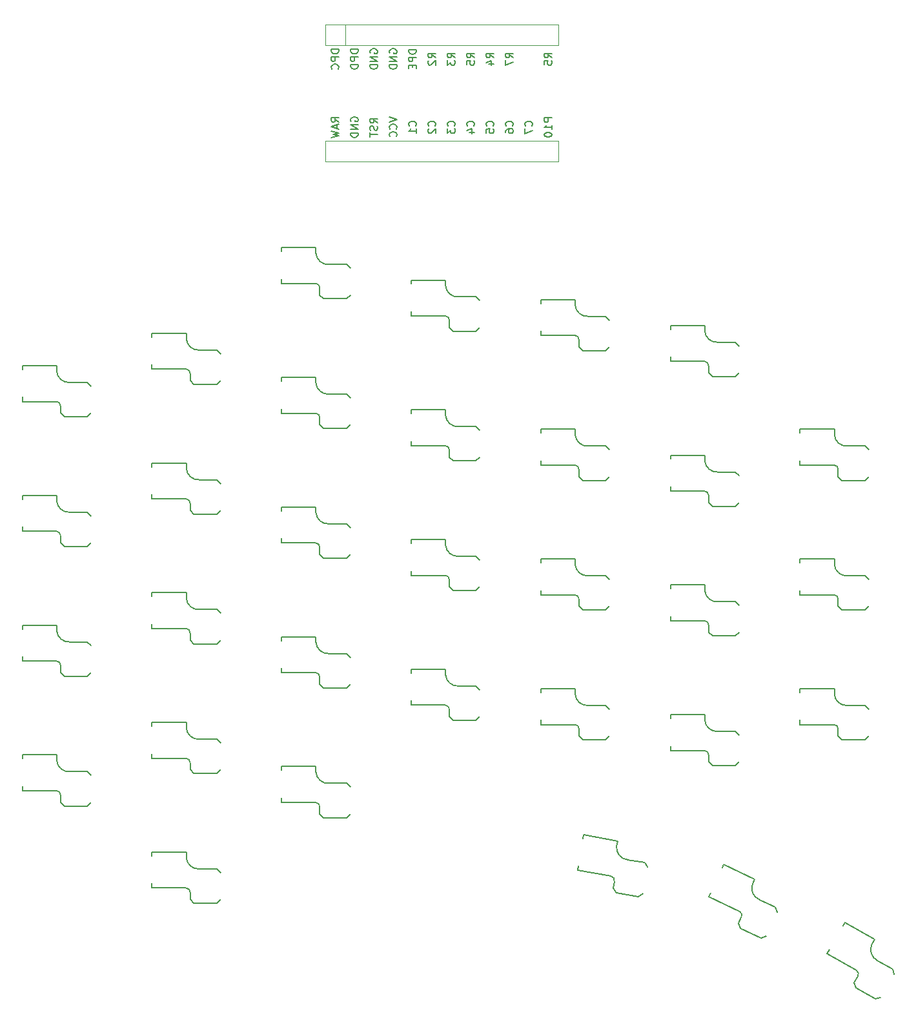
<source format=gbo>
G04 #@! TF.GenerationSoftware,KiCad,Pcbnew,9.0.7+1*
G04 #@! TF.CreationDate,2026-02-15T05:04:03+00:00*
G04 #@! TF.ProjectId,left_pcb,6c656674-5f70-4636-922e-6b696361645f,v0.2*
G04 #@! TF.SameCoordinates,Original*
G04 #@! TF.FileFunction,Legend,Bot*
G04 #@! TF.FilePolarity,Positive*
%FSLAX46Y46*%
G04 Gerber Fmt 4.6, Leading zero omitted, Abs format (unit mm)*
G04 Created by KiCad (PCBNEW 9.0.7+1) date 2026-02-15 05:04:03*
%MOMM*%
%LPD*%
G01*
G04 APERTURE LIST*
%ADD10C,0.150000*%
%ADD11C,0.120000*%
%ADD12C,5.100000*%
%ADD13C,2.000000*%
%ADD14C,3.100000*%
%ADD15C,1.800000*%
%ADD16O,1.850000X1.300000*%
%ADD17C,1.000000*%
%ADD18C,2.300000*%
G04 APERTURE END LIST*
D10*
X69504819Y-51549523D02*
X69028628Y-51216190D01*
X69504819Y-50978095D02*
X68504819Y-50978095D01*
X68504819Y-50978095D02*
X68504819Y-51359047D01*
X68504819Y-51359047D02*
X68552438Y-51454285D01*
X68552438Y-51454285D02*
X68600057Y-51501904D01*
X68600057Y-51501904D02*
X68695295Y-51549523D01*
X68695295Y-51549523D02*
X68838152Y-51549523D01*
X68838152Y-51549523D02*
X68933390Y-51501904D01*
X68933390Y-51501904D02*
X68981009Y-51454285D01*
X68981009Y-51454285D02*
X69028628Y-51359047D01*
X69028628Y-51359047D02*
X69028628Y-50978095D01*
X69219104Y-51930476D02*
X69219104Y-52406666D01*
X69504819Y-51835238D02*
X68504819Y-52168571D01*
X68504819Y-52168571D02*
X69504819Y-52501904D01*
X68504819Y-52740000D02*
X69504819Y-52978095D01*
X69504819Y-52978095D02*
X68790533Y-53168571D01*
X68790533Y-53168571D02*
X69504819Y-53359047D01*
X69504819Y-53359047D02*
X68504819Y-53597143D01*
X69504819Y-42038095D02*
X68504819Y-42038095D01*
X68504819Y-42038095D02*
X68504819Y-42276190D01*
X68504819Y-42276190D02*
X68552438Y-42419047D01*
X68552438Y-42419047D02*
X68647676Y-42514285D01*
X68647676Y-42514285D02*
X68742914Y-42561904D01*
X68742914Y-42561904D02*
X68933390Y-42609523D01*
X68933390Y-42609523D02*
X69076247Y-42609523D01*
X69076247Y-42609523D02*
X69266723Y-42561904D01*
X69266723Y-42561904D02*
X69361961Y-42514285D01*
X69361961Y-42514285D02*
X69457200Y-42419047D01*
X69457200Y-42419047D02*
X69504819Y-42276190D01*
X69504819Y-42276190D02*
X69504819Y-42038095D01*
X69504819Y-43038095D02*
X68504819Y-43038095D01*
X68504819Y-43038095D02*
X68504819Y-43419047D01*
X68504819Y-43419047D02*
X68552438Y-43514285D01*
X68552438Y-43514285D02*
X68600057Y-43561904D01*
X68600057Y-43561904D02*
X68695295Y-43609523D01*
X68695295Y-43609523D02*
X68838152Y-43609523D01*
X68838152Y-43609523D02*
X68933390Y-43561904D01*
X68933390Y-43561904D02*
X68981009Y-43514285D01*
X68981009Y-43514285D02*
X69028628Y-43419047D01*
X69028628Y-43419047D02*
X69028628Y-43038095D01*
X69409580Y-44609523D02*
X69457200Y-44561904D01*
X69457200Y-44561904D02*
X69504819Y-44419047D01*
X69504819Y-44419047D02*
X69504819Y-44323809D01*
X69504819Y-44323809D02*
X69457200Y-44180952D01*
X69457200Y-44180952D02*
X69361961Y-44085714D01*
X69361961Y-44085714D02*
X69266723Y-44038095D01*
X69266723Y-44038095D02*
X69076247Y-43990476D01*
X69076247Y-43990476D02*
X68933390Y-43990476D01*
X68933390Y-43990476D02*
X68742914Y-44038095D01*
X68742914Y-44038095D02*
X68647676Y-44085714D01*
X68647676Y-44085714D02*
X68552438Y-44180952D01*
X68552438Y-44180952D02*
X68504819Y-44323809D01*
X68504819Y-44323809D02*
X68504819Y-44419047D01*
X68504819Y-44419047D02*
X68552438Y-44561904D01*
X68552438Y-44561904D02*
X68600057Y-44609523D01*
X71092438Y-51478095D02*
X71044819Y-51382857D01*
X71044819Y-51382857D02*
X71044819Y-51240000D01*
X71044819Y-51240000D02*
X71092438Y-51097143D01*
X71092438Y-51097143D02*
X71187676Y-51001905D01*
X71187676Y-51001905D02*
X71282914Y-50954286D01*
X71282914Y-50954286D02*
X71473390Y-50906667D01*
X71473390Y-50906667D02*
X71616247Y-50906667D01*
X71616247Y-50906667D02*
X71806723Y-50954286D01*
X71806723Y-50954286D02*
X71901961Y-51001905D01*
X71901961Y-51001905D02*
X71997200Y-51097143D01*
X71997200Y-51097143D02*
X72044819Y-51240000D01*
X72044819Y-51240000D02*
X72044819Y-51335238D01*
X72044819Y-51335238D02*
X71997200Y-51478095D01*
X71997200Y-51478095D02*
X71949580Y-51525714D01*
X71949580Y-51525714D02*
X71616247Y-51525714D01*
X71616247Y-51525714D02*
X71616247Y-51335238D01*
X72044819Y-51954286D02*
X71044819Y-51954286D01*
X71044819Y-51954286D02*
X72044819Y-52525714D01*
X72044819Y-52525714D02*
X71044819Y-52525714D01*
X72044819Y-53001905D02*
X71044819Y-53001905D01*
X71044819Y-53001905D02*
X71044819Y-53240000D01*
X71044819Y-53240000D02*
X71092438Y-53382857D01*
X71092438Y-53382857D02*
X71187676Y-53478095D01*
X71187676Y-53478095D02*
X71282914Y-53525714D01*
X71282914Y-53525714D02*
X71473390Y-53573333D01*
X71473390Y-53573333D02*
X71616247Y-53573333D01*
X71616247Y-53573333D02*
X71806723Y-53525714D01*
X71806723Y-53525714D02*
X71901961Y-53478095D01*
X71901961Y-53478095D02*
X71997200Y-53382857D01*
X71997200Y-53382857D02*
X72044819Y-53240000D01*
X72044819Y-53240000D02*
X72044819Y-53001905D01*
X72044819Y-42038095D02*
X71044819Y-42038095D01*
X71044819Y-42038095D02*
X71044819Y-42276190D01*
X71044819Y-42276190D02*
X71092438Y-42419047D01*
X71092438Y-42419047D02*
X71187676Y-42514285D01*
X71187676Y-42514285D02*
X71282914Y-42561904D01*
X71282914Y-42561904D02*
X71473390Y-42609523D01*
X71473390Y-42609523D02*
X71616247Y-42609523D01*
X71616247Y-42609523D02*
X71806723Y-42561904D01*
X71806723Y-42561904D02*
X71901961Y-42514285D01*
X71901961Y-42514285D02*
X71997200Y-42419047D01*
X71997200Y-42419047D02*
X72044819Y-42276190D01*
X72044819Y-42276190D02*
X72044819Y-42038095D01*
X72044819Y-43038095D02*
X71044819Y-43038095D01*
X71044819Y-43038095D02*
X71044819Y-43419047D01*
X71044819Y-43419047D02*
X71092438Y-43514285D01*
X71092438Y-43514285D02*
X71140057Y-43561904D01*
X71140057Y-43561904D02*
X71235295Y-43609523D01*
X71235295Y-43609523D02*
X71378152Y-43609523D01*
X71378152Y-43609523D02*
X71473390Y-43561904D01*
X71473390Y-43561904D02*
X71521009Y-43514285D01*
X71521009Y-43514285D02*
X71568628Y-43419047D01*
X71568628Y-43419047D02*
X71568628Y-43038095D01*
X72044819Y-44038095D02*
X71044819Y-44038095D01*
X71044819Y-44038095D02*
X71044819Y-44276190D01*
X71044819Y-44276190D02*
X71092438Y-44419047D01*
X71092438Y-44419047D02*
X71187676Y-44514285D01*
X71187676Y-44514285D02*
X71282914Y-44561904D01*
X71282914Y-44561904D02*
X71473390Y-44609523D01*
X71473390Y-44609523D02*
X71616247Y-44609523D01*
X71616247Y-44609523D02*
X71806723Y-44561904D01*
X71806723Y-44561904D02*
X71901961Y-44514285D01*
X71901961Y-44514285D02*
X71997200Y-44419047D01*
X71997200Y-44419047D02*
X72044819Y-44276190D01*
X72044819Y-44276190D02*
X72044819Y-44038095D01*
X74584819Y-51692380D02*
X74108628Y-51359047D01*
X74584819Y-51120952D02*
X73584819Y-51120952D01*
X73584819Y-51120952D02*
X73584819Y-51501904D01*
X73584819Y-51501904D02*
X73632438Y-51597142D01*
X73632438Y-51597142D02*
X73680057Y-51644761D01*
X73680057Y-51644761D02*
X73775295Y-51692380D01*
X73775295Y-51692380D02*
X73918152Y-51692380D01*
X73918152Y-51692380D02*
X74013390Y-51644761D01*
X74013390Y-51644761D02*
X74061009Y-51597142D01*
X74061009Y-51597142D02*
X74108628Y-51501904D01*
X74108628Y-51501904D02*
X74108628Y-51120952D01*
X74537200Y-52073333D02*
X74584819Y-52216190D01*
X74584819Y-52216190D02*
X74584819Y-52454285D01*
X74584819Y-52454285D02*
X74537200Y-52549523D01*
X74537200Y-52549523D02*
X74489580Y-52597142D01*
X74489580Y-52597142D02*
X74394342Y-52644761D01*
X74394342Y-52644761D02*
X74299104Y-52644761D01*
X74299104Y-52644761D02*
X74203866Y-52597142D01*
X74203866Y-52597142D02*
X74156247Y-52549523D01*
X74156247Y-52549523D02*
X74108628Y-52454285D01*
X74108628Y-52454285D02*
X74061009Y-52263809D01*
X74061009Y-52263809D02*
X74013390Y-52168571D01*
X74013390Y-52168571D02*
X73965771Y-52120952D01*
X73965771Y-52120952D02*
X73870533Y-52073333D01*
X73870533Y-52073333D02*
X73775295Y-52073333D01*
X73775295Y-52073333D02*
X73680057Y-52120952D01*
X73680057Y-52120952D02*
X73632438Y-52168571D01*
X73632438Y-52168571D02*
X73584819Y-52263809D01*
X73584819Y-52263809D02*
X73584819Y-52501904D01*
X73584819Y-52501904D02*
X73632438Y-52644761D01*
X73584819Y-52930476D02*
X73584819Y-53501904D01*
X74584819Y-53216190D02*
X73584819Y-53216190D01*
X73632438Y-42538095D02*
X73584819Y-42442857D01*
X73584819Y-42442857D02*
X73584819Y-42300000D01*
X73584819Y-42300000D02*
X73632438Y-42157143D01*
X73632438Y-42157143D02*
X73727676Y-42061905D01*
X73727676Y-42061905D02*
X73822914Y-42014286D01*
X73822914Y-42014286D02*
X74013390Y-41966667D01*
X74013390Y-41966667D02*
X74156247Y-41966667D01*
X74156247Y-41966667D02*
X74346723Y-42014286D01*
X74346723Y-42014286D02*
X74441961Y-42061905D01*
X74441961Y-42061905D02*
X74537200Y-42157143D01*
X74537200Y-42157143D02*
X74584819Y-42300000D01*
X74584819Y-42300000D02*
X74584819Y-42395238D01*
X74584819Y-42395238D02*
X74537200Y-42538095D01*
X74537200Y-42538095D02*
X74489580Y-42585714D01*
X74489580Y-42585714D02*
X74156247Y-42585714D01*
X74156247Y-42585714D02*
X74156247Y-42395238D01*
X74584819Y-43014286D02*
X73584819Y-43014286D01*
X73584819Y-43014286D02*
X74584819Y-43585714D01*
X74584819Y-43585714D02*
X73584819Y-43585714D01*
X74584819Y-44061905D02*
X73584819Y-44061905D01*
X73584819Y-44061905D02*
X73584819Y-44300000D01*
X73584819Y-44300000D02*
X73632438Y-44442857D01*
X73632438Y-44442857D02*
X73727676Y-44538095D01*
X73727676Y-44538095D02*
X73822914Y-44585714D01*
X73822914Y-44585714D02*
X74013390Y-44633333D01*
X74013390Y-44633333D02*
X74156247Y-44633333D01*
X74156247Y-44633333D02*
X74346723Y-44585714D01*
X74346723Y-44585714D02*
X74441961Y-44538095D01*
X74441961Y-44538095D02*
X74537200Y-44442857D01*
X74537200Y-44442857D02*
X74584819Y-44300000D01*
X74584819Y-44300000D02*
X74584819Y-44061905D01*
X76124819Y-50906667D02*
X77124819Y-51240000D01*
X77124819Y-51240000D02*
X76124819Y-51573333D01*
X77029580Y-52478095D02*
X77077200Y-52430476D01*
X77077200Y-52430476D02*
X77124819Y-52287619D01*
X77124819Y-52287619D02*
X77124819Y-52192381D01*
X77124819Y-52192381D02*
X77077200Y-52049524D01*
X77077200Y-52049524D02*
X76981961Y-51954286D01*
X76981961Y-51954286D02*
X76886723Y-51906667D01*
X76886723Y-51906667D02*
X76696247Y-51859048D01*
X76696247Y-51859048D02*
X76553390Y-51859048D01*
X76553390Y-51859048D02*
X76362914Y-51906667D01*
X76362914Y-51906667D02*
X76267676Y-51954286D01*
X76267676Y-51954286D02*
X76172438Y-52049524D01*
X76172438Y-52049524D02*
X76124819Y-52192381D01*
X76124819Y-52192381D02*
X76124819Y-52287619D01*
X76124819Y-52287619D02*
X76172438Y-52430476D01*
X76172438Y-52430476D02*
X76220057Y-52478095D01*
X77029580Y-53478095D02*
X77077200Y-53430476D01*
X77077200Y-53430476D02*
X77124819Y-53287619D01*
X77124819Y-53287619D02*
X77124819Y-53192381D01*
X77124819Y-53192381D02*
X77077200Y-53049524D01*
X77077200Y-53049524D02*
X76981961Y-52954286D01*
X76981961Y-52954286D02*
X76886723Y-52906667D01*
X76886723Y-52906667D02*
X76696247Y-52859048D01*
X76696247Y-52859048D02*
X76553390Y-52859048D01*
X76553390Y-52859048D02*
X76362914Y-52906667D01*
X76362914Y-52906667D02*
X76267676Y-52954286D01*
X76267676Y-52954286D02*
X76172438Y-53049524D01*
X76172438Y-53049524D02*
X76124819Y-53192381D01*
X76124819Y-53192381D02*
X76124819Y-53287619D01*
X76124819Y-53287619D02*
X76172438Y-53430476D01*
X76172438Y-53430476D02*
X76220057Y-53478095D01*
X76172438Y-42538095D02*
X76124819Y-42442857D01*
X76124819Y-42442857D02*
X76124819Y-42300000D01*
X76124819Y-42300000D02*
X76172438Y-42157143D01*
X76172438Y-42157143D02*
X76267676Y-42061905D01*
X76267676Y-42061905D02*
X76362914Y-42014286D01*
X76362914Y-42014286D02*
X76553390Y-41966667D01*
X76553390Y-41966667D02*
X76696247Y-41966667D01*
X76696247Y-41966667D02*
X76886723Y-42014286D01*
X76886723Y-42014286D02*
X76981961Y-42061905D01*
X76981961Y-42061905D02*
X77077200Y-42157143D01*
X77077200Y-42157143D02*
X77124819Y-42300000D01*
X77124819Y-42300000D02*
X77124819Y-42395238D01*
X77124819Y-42395238D02*
X77077200Y-42538095D01*
X77077200Y-42538095D02*
X77029580Y-42585714D01*
X77029580Y-42585714D02*
X76696247Y-42585714D01*
X76696247Y-42585714D02*
X76696247Y-42395238D01*
X77124819Y-43014286D02*
X76124819Y-43014286D01*
X76124819Y-43014286D02*
X77124819Y-43585714D01*
X77124819Y-43585714D02*
X76124819Y-43585714D01*
X77124819Y-44061905D02*
X76124819Y-44061905D01*
X76124819Y-44061905D02*
X76124819Y-44300000D01*
X76124819Y-44300000D02*
X76172438Y-44442857D01*
X76172438Y-44442857D02*
X76267676Y-44538095D01*
X76267676Y-44538095D02*
X76362914Y-44585714D01*
X76362914Y-44585714D02*
X76553390Y-44633333D01*
X76553390Y-44633333D02*
X76696247Y-44633333D01*
X76696247Y-44633333D02*
X76886723Y-44585714D01*
X76886723Y-44585714D02*
X76981961Y-44538095D01*
X76981961Y-44538095D02*
X77077200Y-44442857D01*
X77077200Y-44442857D02*
X77124819Y-44300000D01*
X77124819Y-44300000D02*
X77124819Y-44061905D01*
X79569580Y-52073333D02*
X79617200Y-52025714D01*
X79617200Y-52025714D02*
X79664819Y-51882857D01*
X79664819Y-51882857D02*
X79664819Y-51787619D01*
X79664819Y-51787619D02*
X79617200Y-51644762D01*
X79617200Y-51644762D02*
X79521961Y-51549524D01*
X79521961Y-51549524D02*
X79426723Y-51501905D01*
X79426723Y-51501905D02*
X79236247Y-51454286D01*
X79236247Y-51454286D02*
X79093390Y-51454286D01*
X79093390Y-51454286D02*
X78902914Y-51501905D01*
X78902914Y-51501905D02*
X78807676Y-51549524D01*
X78807676Y-51549524D02*
X78712438Y-51644762D01*
X78712438Y-51644762D02*
X78664819Y-51787619D01*
X78664819Y-51787619D02*
X78664819Y-51882857D01*
X78664819Y-51882857D02*
X78712438Y-52025714D01*
X78712438Y-52025714D02*
X78760057Y-52073333D01*
X79664819Y-53025714D02*
X79664819Y-52454286D01*
X79664819Y-52740000D02*
X78664819Y-52740000D01*
X78664819Y-52740000D02*
X78807676Y-52644762D01*
X78807676Y-52644762D02*
X78902914Y-52549524D01*
X78902914Y-52549524D02*
X78950533Y-52454286D01*
X79664819Y-42085714D02*
X78664819Y-42085714D01*
X78664819Y-42085714D02*
X78664819Y-42323809D01*
X78664819Y-42323809D02*
X78712438Y-42466666D01*
X78712438Y-42466666D02*
X78807676Y-42561904D01*
X78807676Y-42561904D02*
X78902914Y-42609523D01*
X78902914Y-42609523D02*
X79093390Y-42657142D01*
X79093390Y-42657142D02*
X79236247Y-42657142D01*
X79236247Y-42657142D02*
X79426723Y-42609523D01*
X79426723Y-42609523D02*
X79521961Y-42561904D01*
X79521961Y-42561904D02*
X79617200Y-42466666D01*
X79617200Y-42466666D02*
X79664819Y-42323809D01*
X79664819Y-42323809D02*
X79664819Y-42085714D01*
X79664819Y-43085714D02*
X78664819Y-43085714D01*
X78664819Y-43085714D02*
X78664819Y-43466666D01*
X78664819Y-43466666D02*
X78712438Y-43561904D01*
X78712438Y-43561904D02*
X78760057Y-43609523D01*
X78760057Y-43609523D02*
X78855295Y-43657142D01*
X78855295Y-43657142D02*
X78998152Y-43657142D01*
X78998152Y-43657142D02*
X79093390Y-43609523D01*
X79093390Y-43609523D02*
X79141009Y-43561904D01*
X79141009Y-43561904D02*
X79188628Y-43466666D01*
X79188628Y-43466666D02*
X79188628Y-43085714D01*
X79141009Y-44085714D02*
X79141009Y-44419047D01*
X79664819Y-44561904D02*
X79664819Y-44085714D01*
X79664819Y-44085714D02*
X78664819Y-44085714D01*
X78664819Y-44085714D02*
X78664819Y-44561904D01*
X82109580Y-52073333D02*
X82157200Y-52025714D01*
X82157200Y-52025714D02*
X82204819Y-51882857D01*
X82204819Y-51882857D02*
X82204819Y-51787619D01*
X82204819Y-51787619D02*
X82157200Y-51644762D01*
X82157200Y-51644762D02*
X82061961Y-51549524D01*
X82061961Y-51549524D02*
X81966723Y-51501905D01*
X81966723Y-51501905D02*
X81776247Y-51454286D01*
X81776247Y-51454286D02*
X81633390Y-51454286D01*
X81633390Y-51454286D02*
X81442914Y-51501905D01*
X81442914Y-51501905D02*
X81347676Y-51549524D01*
X81347676Y-51549524D02*
X81252438Y-51644762D01*
X81252438Y-51644762D02*
X81204819Y-51787619D01*
X81204819Y-51787619D02*
X81204819Y-51882857D01*
X81204819Y-51882857D02*
X81252438Y-52025714D01*
X81252438Y-52025714D02*
X81300057Y-52073333D01*
X81300057Y-52454286D02*
X81252438Y-52501905D01*
X81252438Y-52501905D02*
X81204819Y-52597143D01*
X81204819Y-52597143D02*
X81204819Y-52835238D01*
X81204819Y-52835238D02*
X81252438Y-52930476D01*
X81252438Y-52930476D02*
X81300057Y-52978095D01*
X81300057Y-52978095D02*
X81395295Y-53025714D01*
X81395295Y-53025714D02*
X81490533Y-53025714D01*
X81490533Y-53025714D02*
X81633390Y-52978095D01*
X81633390Y-52978095D02*
X82204819Y-52406667D01*
X82204819Y-52406667D02*
X82204819Y-53025714D01*
X82204819Y-43133333D02*
X81728628Y-42800000D01*
X82204819Y-42561905D02*
X81204819Y-42561905D01*
X81204819Y-42561905D02*
X81204819Y-42942857D01*
X81204819Y-42942857D02*
X81252438Y-43038095D01*
X81252438Y-43038095D02*
X81300057Y-43085714D01*
X81300057Y-43085714D02*
X81395295Y-43133333D01*
X81395295Y-43133333D02*
X81538152Y-43133333D01*
X81538152Y-43133333D02*
X81633390Y-43085714D01*
X81633390Y-43085714D02*
X81681009Y-43038095D01*
X81681009Y-43038095D02*
X81728628Y-42942857D01*
X81728628Y-42942857D02*
X81728628Y-42561905D01*
X81300057Y-43514286D02*
X81252438Y-43561905D01*
X81252438Y-43561905D02*
X81204819Y-43657143D01*
X81204819Y-43657143D02*
X81204819Y-43895238D01*
X81204819Y-43895238D02*
X81252438Y-43990476D01*
X81252438Y-43990476D02*
X81300057Y-44038095D01*
X81300057Y-44038095D02*
X81395295Y-44085714D01*
X81395295Y-44085714D02*
X81490533Y-44085714D01*
X81490533Y-44085714D02*
X81633390Y-44038095D01*
X81633390Y-44038095D02*
X82204819Y-43466667D01*
X82204819Y-43466667D02*
X82204819Y-44085714D01*
X84649580Y-52073333D02*
X84697200Y-52025714D01*
X84697200Y-52025714D02*
X84744819Y-51882857D01*
X84744819Y-51882857D02*
X84744819Y-51787619D01*
X84744819Y-51787619D02*
X84697200Y-51644762D01*
X84697200Y-51644762D02*
X84601961Y-51549524D01*
X84601961Y-51549524D02*
X84506723Y-51501905D01*
X84506723Y-51501905D02*
X84316247Y-51454286D01*
X84316247Y-51454286D02*
X84173390Y-51454286D01*
X84173390Y-51454286D02*
X83982914Y-51501905D01*
X83982914Y-51501905D02*
X83887676Y-51549524D01*
X83887676Y-51549524D02*
X83792438Y-51644762D01*
X83792438Y-51644762D02*
X83744819Y-51787619D01*
X83744819Y-51787619D02*
X83744819Y-51882857D01*
X83744819Y-51882857D02*
X83792438Y-52025714D01*
X83792438Y-52025714D02*
X83840057Y-52073333D01*
X83744819Y-52406667D02*
X83744819Y-53025714D01*
X83744819Y-53025714D02*
X84125771Y-52692381D01*
X84125771Y-52692381D02*
X84125771Y-52835238D01*
X84125771Y-52835238D02*
X84173390Y-52930476D01*
X84173390Y-52930476D02*
X84221009Y-52978095D01*
X84221009Y-52978095D02*
X84316247Y-53025714D01*
X84316247Y-53025714D02*
X84554342Y-53025714D01*
X84554342Y-53025714D02*
X84649580Y-52978095D01*
X84649580Y-52978095D02*
X84697200Y-52930476D01*
X84697200Y-52930476D02*
X84744819Y-52835238D01*
X84744819Y-52835238D02*
X84744819Y-52549524D01*
X84744819Y-52549524D02*
X84697200Y-52454286D01*
X84697200Y-52454286D02*
X84649580Y-52406667D01*
X84744819Y-43133333D02*
X84268628Y-42800000D01*
X84744819Y-42561905D02*
X83744819Y-42561905D01*
X83744819Y-42561905D02*
X83744819Y-42942857D01*
X83744819Y-42942857D02*
X83792438Y-43038095D01*
X83792438Y-43038095D02*
X83840057Y-43085714D01*
X83840057Y-43085714D02*
X83935295Y-43133333D01*
X83935295Y-43133333D02*
X84078152Y-43133333D01*
X84078152Y-43133333D02*
X84173390Y-43085714D01*
X84173390Y-43085714D02*
X84221009Y-43038095D01*
X84221009Y-43038095D02*
X84268628Y-42942857D01*
X84268628Y-42942857D02*
X84268628Y-42561905D01*
X83744819Y-43466667D02*
X83744819Y-44085714D01*
X83744819Y-44085714D02*
X84125771Y-43752381D01*
X84125771Y-43752381D02*
X84125771Y-43895238D01*
X84125771Y-43895238D02*
X84173390Y-43990476D01*
X84173390Y-43990476D02*
X84221009Y-44038095D01*
X84221009Y-44038095D02*
X84316247Y-44085714D01*
X84316247Y-44085714D02*
X84554342Y-44085714D01*
X84554342Y-44085714D02*
X84649580Y-44038095D01*
X84649580Y-44038095D02*
X84697200Y-43990476D01*
X84697200Y-43990476D02*
X84744819Y-43895238D01*
X84744819Y-43895238D02*
X84744819Y-43609524D01*
X84744819Y-43609524D02*
X84697200Y-43514286D01*
X84697200Y-43514286D02*
X84649580Y-43466667D01*
X87189580Y-52073333D02*
X87237200Y-52025714D01*
X87237200Y-52025714D02*
X87284819Y-51882857D01*
X87284819Y-51882857D02*
X87284819Y-51787619D01*
X87284819Y-51787619D02*
X87237200Y-51644762D01*
X87237200Y-51644762D02*
X87141961Y-51549524D01*
X87141961Y-51549524D02*
X87046723Y-51501905D01*
X87046723Y-51501905D02*
X86856247Y-51454286D01*
X86856247Y-51454286D02*
X86713390Y-51454286D01*
X86713390Y-51454286D02*
X86522914Y-51501905D01*
X86522914Y-51501905D02*
X86427676Y-51549524D01*
X86427676Y-51549524D02*
X86332438Y-51644762D01*
X86332438Y-51644762D02*
X86284819Y-51787619D01*
X86284819Y-51787619D02*
X86284819Y-51882857D01*
X86284819Y-51882857D02*
X86332438Y-52025714D01*
X86332438Y-52025714D02*
X86380057Y-52073333D01*
X86618152Y-52930476D02*
X87284819Y-52930476D01*
X86237200Y-52692381D02*
X86951485Y-52454286D01*
X86951485Y-52454286D02*
X86951485Y-53073333D01*
X87284819Y-43133333D02*
X86808628Y-42800000D01*
X87284819Y-42561905D02*
X86284819Y-42561905D01*
X86284819Y-42561905D02*
X86284819Y-42942857D01*
X86284819Y-42942857D02*
X86332438Y-43038095D01*
X86332438Y-43038095D02*
X86380057Y-43085714D01*
X86380057Y-43085714D02*
X86475295Y-43133333D01*
X86475295Y-43133333D02*
X86618152Y-43133333D01*
X86618152Y-43133333D02*
X86713390Y-43085714D01*
X86713390Y-43085714D02*
X86761009Y-43038095D01*
X86761009Y-43038095D02*
X86808628Y-42942857D01*
X86808628Y-42942857D02*
X86808628Y-42561905D01*
X86284819Y-44038095D02*
X86284819Y-43561905D01*
X86284819Y-43561905D02*
X86761009Y-43514286D01*
X86761009Y-43514286D02*
X86713390Y-43561905D01*
X86713390Y-43561905D02*
X86665771Y-43657143D01*
X86665771Y-43657143D02*
X86665771Y-43895238D01*
X86665771Y-43895238D02*
X86713390Y-43990476D01*
X86713390Y-43990476D02*
X86761009Y-44038095D01*
X86761009Y-44038095D02*
X86856247Y-44085714D01*
X86856247Y-44085714D02*
X87094342Y-44085714D01*
X87094342Y-44085714D02*
X87189580Y-44038095D01*
X87189580Y-44038095D02*
X87237200Y-43990476D01*
X87237200Y-43990476D02*
X87284819Y-43895238D01*
X87284819Y-43895238D02*
X87284819Y-43657143D01*
X87284819Y-43657143D02*
X87237200Y-43561905D01*
X87237200Y-43561905D02*
X87189580Y-43514286D01*
X89729580Y-52073333D02*
X89777200Y-52025714D01*
X89777200Y-52025714D02*
X89824819Y-51882857D01*
X89824819Y-51882857D02*
X89824819Y-51787619D01*
X89824819Y-51787619D02*
X89777200Y-51644762D01*
X89777200Y-51644762D02*
X89681961Y-51549524D01*
X89681961Y-51549524D02*
X89586723Y-51501905D01*
X89586723Y-51501905D02*
X89396247Y-51454286D01*
X89396247Y-51454286D02*
X89253390Y-51454286D01*
X89253390Y-51454286D02*
X89062914Y-51501905D01*
X89062914Y-51501905D02*
X88967676Y-51549524D01*
X88967676Y-51549524D02*
X88872438Y-51644762D01*
X88872438Y-51644762D02*
X88824819Y-51787619D01*
X88824819Y-51787619D02*
X88824819Y-51882857D01*
X88824819Y-51882857D02*
X88872438Y-52025714D01*
X88872438Y-52025714D02*
X88920057Y-52073333D01*
X88824819Y-52978095D02*
X88824819Y-52501905D01*
X88824819Y-52501905D02*
X89301009Y-52454286D01*
X89301009Y-52454286D02*
X89253390Y-52501905D01*
X89253390Y-52501905D02*
X89205771Y-52597143D01*
X89205771Y-52597143D02*
X89205771Y-52835238D01*
X89205771Y-52835238D02*
X89253390Y-52930476D01*
X89253390Y-52930476D02*
X89301009Y-52978095D01*
X89301009Y-52978095D02*
X89396247Y-53025714D01*
X89396247Y-53025714D02*
X89634342Y-53025714D01*
X89634342Y-53025714D02*
X89729580Y-52978095D01*
X89729580Y-52978095D02*
X89777200Y-52930476D01*
X89777200Y-52930476D02*
X89824819Y-52835238D01*
X89824819Y-52835238D02*
X89824819Y-52597143D01*
X89824819Y-52597143D02*
X89777200Y-52501905D01*
X89777200Y-52501905D02*
X89729580Y-52454286D01*
X89824819Y-43133333D02*
X89348628Y-42800000D01*
X89824819Y-42561905D02*
X88824819Y-42561905D01*
X88824819Y-42561905D02*
X88824819Y-42942857D01*
X88824819Y-42942857D02*
X88872438Y-43038095D01*
X88872438Y-43038095D02*
X88920057Y-43085714D01*
X88920057Y-43085714D02*
X89015295Y-43133333D01*
X89015295Y-43133333D02*
X89158152Y-43133333D01*
X89158152Y-43133333D02*
X89253390Y-43085714D01*
X89253390Y-43085714D02*
X89301009Y-43038095D01*
X89301009Y-43038095D02*
X89348628Y-42942857D01*
X89348628Y-42942857D02*
X89348628Y-42561905D01*
X89158152Y-43990476D02*
X89824819Y-43990476D01*
X88777200Y-43752381D02*
X89491485Y-43514286D01*
X89491485Y-43514286D02*
X89491485Y-44133333D01*
X92269580Y-52073333D02*
X92317200Y-52025714D01*
X92317200Y-52025714D02*
X92364819Y-51882857D01*
X92364819Y-51882857D02*
X92364819Y-51787619D01*
X92364819Y-51787619D02*
X92317200Y-51644762D01*
X92317200Y-51644762D02*
X92221961Y-51549524D01*
X92221961Y-51549524D02*
X92126723Y-51501905D01*
X92126723Y-51501905D02*
X91936247Y-51454286D01*
X91936247Y-51454286D02*
X91793390Y-51454286D01*
X91793390Y-51454286D02*
X91602914Y-51501905D01*
X91602914Y-51501905D02*
X91507676Y-51549524D01*
X91507676Y-51549524D02*
X91412438Y-51644762D01*
X91412438Y-51644762D02*
X91364819Y-51787619D01*
X91364819Y-51787619D02*
X91364819Y-51882857D01*
X91364819Y-51882857D02*
X91412438Y-52025714D01*
X91412438Y-52025714D02*
X91460057Y-52073333D01*
X91364819Y-52930476D02*
X91364819Y-52740000D01*
X91364819Y-52740000D02*
X91412438Y-52644762D01*
X91412438Y-52644762D02*
X91460057Y-52597143D01*
X91460057Y-52597143D02*
X91602914Y-52501905D01*
X91602914Y-52501905D02*
X91793390Y-52454286D01*
X91793390Y-52454286D02*
X92174342Y-52454286D01*
X92174342Y-52454286D02*
X92269580Y-52501905D01*
X92269580Y-52501905D02*
X92317200Y-52549524D01*
X92317200Y-52549524D02*
X92364819Y-52644762D01*
X92364819Y-52644762D02*
X92364819Y-52835238D01*
X92364819Y-52835238D02*
X92317200Y-52930476D01*
X92317200Y-52930476D02*
X92269580Y-52978095D01*
X92269580Y-52978095D02*
X92174342Y-53025714D01*
X92174342Y-53025714D02*
X91936247Y-53025714D01*
X91936247Y-53025714D02*
X91841009Y-52978095D01*
X91841009Y-52978095D02*
X91793390Y-52930476D01*
X91793390Y-52930476D02*
X91745771Y-52835238D01*
X91745771Y-52835238D02*
X91745771Y-52644762D01*
X91745771Y-52644762D02*
X91793390Y-52549524D01*
X91793390Y-52549524D02*
X91841009Y-52501905D01*
X91841009Y-52501905D02*
X91936247Y-52454286D01*
X92364819Y-43133333D02*
X91888628Y-42800000D01*
X92364819Y-42561905D02*
X91364819Y-42561905D01*
X91364819Y-42561905D02*
X91364819Y-42942857D01*
X91364819Y-42942857D02*
X91412438Y-43038095D01*
X91412438Y-43038095D02*
X91460057Y-43085714D01*
X91460057Y-43085714D02*
X91555295Y-43133333D01*
X91555295Y-43133333D02*
X91698152Y-43133333D01*
X91698152Y-43133333D02*
X91793390Y-43085714D01*
X91793390Y-43085714D02*
X91841009Y-43038095D01*
X91841009Y-43038095D02*
X91888628Y-42942857D01*
X91888628Y-42942857D02*
X91888628Y-42561905D01*
X91364819Y-43466667D02*
X91364819Y-44133333D01*
X91364819Y-44133333D02*
X92364819Y-43704762D01*
X94809580Y-52073333D02*
X94857200Y-52025714D01*
X94857200Y-52025714D02*
X94904819Y-51882857D01*
X94904819Y-51882857D02*
X94904819Y-51787619D01*
X94904819Y-51787619D02*
X94857200Y-51644762D01*
X94857200Y-51644762D02*
X94761961Y-51549524D01*
X94761961Y-51549524D02*
X94666723Y-51501905D01*
X94666723Y-51501905D02*
X94476247Y-51454286D01*
X94476247Y-51454286D02*
X94333390Y-51454286D01*
X94333390Y-51454286D02*
X94142914Y-51501905D01*
X94142914Y-51501905D02*
X94047676Y-51549524D01*
X94047676Y-51549524D02*
X93952438Y-51644762D01*
X93952438Y-51644762D02*
X93904819Y-51787619D01*
X93904819Y-51787619D02*
X93904819Y-51882857D01*
X93904819Y-51882857D02*
X93952438Y-52025714D01*
X93952438Y-52025714D02*
X94000057Y-52073333D01*
X93904819Y-52406667D02*
X93904819Y-53073333D01*
X93904819Y-53073333D02*
X94904819Y-52644762D01*
X97444819Y-51025714D02*
X96444819Y-51025714D01*
X96444819Y-51025714D02*
X96444819Y-51406666D01*
X96444819Y-51406666D02*
X96492438Y-51501904D01*
X96492438Y-51501904D02*
X96540057Y-51549523D01*
X96540057Y-51549523D02*
X96635295Y-51597142D01*
X96635295Y-51597142D02*
X96778152Y-51597142D01*
X96778152Y-51597142D02*
X96873390Y-51549523D01*
X96873390Y-51549523D02*
X96921009Y-51501904D01*
X96921009Y-51501904D02*
X96968628Y-51406666D01*
X96968628Y-51406666D02*
X96968628Y-51025714D01*
X97444819Y-52549523D02*
X97444819Y-51978095D01*
X97444819Y-52263809D02*
X96444819Y-52263809D01*
X96444819Y-52263809D02*
X96587676Y-52168571D01*
X96587676Y-52168571D02*
X96682914Y-52073333D01*
X96682914Y-52073333D02*
X96730533Y-51978095D01*
X96444819Y-53168571D02*
X96444819Y-53263809D01*
X96444819Y-53263809D02*
X96492438Y-53359047D01*
X96492438Y-53359047D02*
X96540057Y-53406666D01*
X96540057Y-53406666D02*
X96635295Y-53454285D01*
X96635295Y-53454285D02*
X96825771Y-53501904D01*
X96825771Y-53501904D02*
X97063866Y-53501904D01*
X97063866Y-53501904D02*
X97254342Y-53454285D01*
X97254342Y-53454285D02*
X97349580Y-53406666D01*
X97349580Y-53406666D02*
X97397200Y-53359047D01*
X97397200Y-53359047D02*
X97444819Y-53263809D01*
X97444819Y-53263809D02*
X97444819Y-53168571D01*
X97444819Y-53168571D02*
X97397200Y-53073333D01*
X97397200Y-53073333D02*
X97349580Y-53025714D01*
X97349580Y-53025714D02*
X97254342Y-52978095D01*
X97254342Y-52978095D02*
X97063866Y-52930476D01*
X97063866Y-52930476D02*
X96825771Y-52930476D01*
X96825771Y-52930476D02*
X96635295Y-52978095D01*
X96635295Y-52978095D02*
X96540057Y-53025714D01*
X96540057Y-53025714D02*
X96492438Y-53073333D01*
X96492438Y-53073333D02*
X96444819Y-53168571D01*
X97444819Y-43133333D02*
X96968628Y-42800000D01*
X97444819Y-42561905D02*
X96444819Y-42561905D01*
X96444819Y-42561905D02*
X96444819Y-42942857D01*
X96444819Y-42942857D02*
X96492438Y-43038095D01*
X96492438Y-43038095D02*
X96540057Y-43085714D01*
X96540057Y-43085714D02*
X96635295Y-43133333D01*
X96635295Y-43133333D02*
X96778152Y-43133333D01*
X96778152Y-43133333D02*
X96873390Y-43085714D01*
X96873390Y-43085714D02*
X96921009Y-43038095D01*
X96921009Y-43038095D02*
X96968628Y-42942857D01*
X96968628Y-42942857D02*
X96968628Y-42561905D01*
X96444819Y-44038095D02*
X96444819Y-43561905D01*
X96444819Y-43561905D02*
X96921009Y-43514286D01*
X96921009Y-43514286D02*
X96873390Y-43561905D01*
X96873390Y-43561905D02*
X96825771Y-43657143D01*
X96825771Y-43657143D02*
X96825771Y-43895238D01*
X96825771Y-43895238D02*
X96873390Y-43990476D01*
X96873390Y-43990476D02*
X96921009Y-44038095D01*
X96921009Y-44038095D02*
X97016247Y-44085714D01*
X97016247Y-44085714D02*
X97254342Y-44085714D01*
X97254342Y-44085714D02*
X97349580Y-44038095D01*
X97349580Y-44038095D02*
X97397200Y-43990476D01*
X97397200Y-43990476D02*
X97444819Y-43895238D01*
X97444819Y-43895238D02*
X97444819Y-43657143D01*
X97444819Y-43657143D02*
X97397200Y-43561905D01*
X97397200Y-43561905D02*
X97349580Y-43514286D01*
X36500000Y-141200000D02*
X37000000Y-140700000D01*
X33500000Y-141200000D02*
X36500000Y-141200000D01*
X33000000Y-140700000D02*
X33500000Y-141200000D01*
X33000000Y-140700000D02*
X33000000Y-139780000D01*
X32480000Y-139200000D02*
X28000000Y-139200000D01*
X28000000Y-139200000D02*
X28000000Y-138600000D01*
X32480000Y-139200000D02*
G75*
G02*
X33000000Y-139780000I-30000J-550000D01*
G01*
X36500000Y-136700000D02*
X37000000Y-137200000D01*
X34200000Y-136700000D02*
X36500000Y-136700000D01*
X32500000Y-134500000D02*
X32500000Y-135200000D01*
X28000000Y-134500000D02*
X32500000Y-134500000D01*
X28000000Y-135000000D02*
X28000000Y-134500000D01*
X34200000Y-136700000D02*
G75*
G02*
X32500000Y-135220000I-110000J1590000D01*
G01*
X36500000Y-124200000D02*
X37000000Y-123700000D01*
X33500000Y-124200000D02*
X36500000Y-124200000D01*
X33000000Y-123700000D02*
X33500000Y-124200000D01*
X33000000Y-123700000D02*
X33000000Y-122780000D01*
X32480000Y-122200000D02*
X28000000Y-122200000D01*
X28000000Y-122200000D02*
X28000000Y-121600000D01*
X32480000Y-122200000D02*
G75*
G02*
X33000000Y-122780000I-30000J-550000D01*
G01*
X36500000Y-119700000D02*
X37000000Y-120200000D01*
X34200000Y-119700000D02*
X36500000Y-119700000D01*
X32500000Y-117500000D02*
X32500000Y-118200000D01*
X28000000Y-117500000D02*
X32500000Y-117500000D01*
X28000000Y-118000000D02*
X28000000Y-117500000D01*
X34200000Y-119700000D02*
G75*
G02*
X32500000Y-118220000I-110000J1590000D01*
G01*
X36500000Y-107200000D02*
X37000000Y-106700000D01*
X33500000Y-107200000D02*
X36500000Y-107200000D01*
X33000000Y-106700000D02*
X33500000Y-107200000D01*
X33000000Y-106700000D02*
X33000000Y-105780000D01*
X32480000Y-105200000D02*
X28000000Y-105200000D01*
X28000000Y-105200000D02*
X28000000Y-104600000D01*
X32480000Y-105200000D02*
G75*
G02*
X33000000Y-105780000I-30000J-550000D01*
G01*
X36500000Y-102700000D02*
X37000000Y-103200000D01*
X34200000Y-102700000D02*
X36500000Y-102700000D01*
X32500000Y-100500000D02*
X32500000Y-101200000D01*
X28000000Y-100500000D02*
X32500000Y-100500000D01*
X28000000Y-101000000D02*
X28000000Y-100500000D01*
X34200000Y-102700000D02*
G75*
G02*
X32500000Y-101220000I-110000J1590000D01*
G01*
X36500000Y-90200000D02*
X37000000Y-89700000D01*
X33500000Y-90200000D02*
X36500000Y-90200000D01*
X33000000Y-89700000D02*
X33500000Y-90200000D01*
X33000000Y-89700000D02*
X33000000Y-88780000D01*
X32480000Y-88200000D02*
X28000000Y-88200000D01*
X28000000Y-88200000D02*
X28000000Y-87600000D01*
X32480000Y-88200000D02*
G75*
G02*
X33000000Y-88780000I-30000J-550000D01*
G01*
X36500000Y-85700000D02*
X37000000Y-86200000D01*
X34200000Y-85700000D02*
X36500000Y-85700000D01*
X32500000Y-83500000D02*
X32500000Y-84200000D01*
X28000000Y-83500000D02*
X32500000Y-83500000D01*
X28000000Y-84000000D02*
X28000000Y-83500000D01*
X34200000Y-85700000D02*
G75*
G02*
X32500000Y-84220000I-110000J1590000D01*
G01*
X53500000Y-153950000D02*
X54000000Y-153450000D01*
X50500000Y-153950000D02*
X53500000Y-153950000D01*
X50000000Y-153450000D02*
X50500000Y-153950000D01*
X50000000Y-153450000D02*
X50000000Y-152530000D01*
X49480000Y-151950000D02*
X45000000Y-151950000D01*
X45000000Y-151950000D02*
X45000000Y-151350000D01*
X49480000Y-151950000D02*
G75*
G02*
X50000000Y-152530000I-30000J-550000D01*
G01*
X53500000Y-149450000D02*
X54000000Y-149950000D01*
X51200000Y-149450000D02*
X53500000Y-149450000D01*
X49500000Y-147250000D02*
X49500000Y-147950000D01*
X45000000Y-147250000D02*
X49500000Y-147250000D01*
X45000000Y-147750000D02*
X45000000Y-147250000D01*
X51200000Y-149450000D02*
G75*
G02*
X49500000Y-147970000I-110000J1590000D01*
G01*
X53500000Y-136950000D02*
X54000000Y-136450000D01*
X50500000Y-136950000D02*
X53500000Y-136950000D01*
X50000000Y-136450000D02*
X50500000Y-136950000D01*
X50000000Y-136450000D02*
X50000000Y-135530000D01*
X49480000Y-134950000D02*
X45000000Y-134950000D01*
X45000000Y-134950000D02*
X45000000Y-134350000D01*
X49480000Y-134950000D02*
G75*
G02*
X50000000Y-135530000I-30000J-550000D01*
G01*
X53500000Y-132450000D02*
X54000000Y-132950000D01*
X51200000Y-132450000D02*
X53500000Y-132450000D01*
X49500000Y-130250000D02*
X49500000Y-130950000D01*
X45000000Y-130250000D02*
X49500000Y-130250000D01*
X45000000Y-130750000D02*
X45000000Y-130250000D01*
X51200000Y-132450000D02*
G75*
G02*
X49500000Y-130970000I-110000J1590000D01*
G01*
X53500000Y-119950000D02*
X54000000Y-119450000D01*
X50500000Y-119950000D02*
X53500000Y-119950000D01*
X50000000Y-119450000D02*
X50500000Y-119950000D01*
X50000000Y-119450000D02*
X50000000Y-118530000D01*
X49480000Y-117950000D02*
X45000000Y-117950000D01*
X45000000Y-117950000D02*
X45000000Y-117350000D01*
X49480000Y-117950000D02*
G75*
G02*
X50000000Y-118530000I-30000J-550000D01*
G01*
X53500000Y-115450000D02*
X54000000Y-115950000D01*
X51200000Y-115450000D02*
X53500000Y-115450000D01*
X49500000Y-113250000D02*
X49500000Y-113950000D01*
X45000000Y-113250000D02*
X49500000Y-113250000D01*
X45000000Y-113750000D02*
X45000000Y-113250000D01*
X51200000Y-115450000D02*
G75*
G02*
X49500000Y-113970000I-110000J1590000D01*
G01*
X53500000Y-102950000D02*
X54000000Y-102450000D01*
X50500000Y-102950000D02*
X53500000Y-102950000D01*
X50000000Y-102450000D02*
X50500000Y-102950000D01*
X50000000Y-102450000D02*
X50000000Y-101530000D01*
X49480000Y-100950000D02*
X45000000Y-100950000D01*
X45000000Y-100950000D02*
X45000000Y-100350000D01*
X49480000Y-100950000D02*
G75*
G02*
X50000000Y-101530000I-30000J-550000D01*
G01*
X53500000Y-98450000D02*
X54000000Y-98950000D01*
X51200000Y-98450000D02*
X53500000Y-98450000D01*
X49500000Y-96250000D02*
X49500000Y-96950000D01*
X45000000Y-96250000D02*
X49500000Y-96250000D01*
X45000000Y-96750000D02*
X45000000Y-96250000D01*
X51200000Y-98450000D02*
G75*
G02*
X49500000Y-96970000I-110000J1590000D01*
G01*
X53500000Y-85950000D02*
X54000000Y-85450000D01*
X50500000Y-85950000D02*
X53500000Y-85950000D01*
X50000000Y-85450000D02*
X50500000Y-85950000D01*
X50000000Y-85450000D02*
X50000000Y-84530000D01*
X49480000Y-83950000D02*
X45000000Y-83950000D01*
X45000000Y-83950000D02*
X45000000Y-83350000D01*
X49480000Y-83950000D02*
G75*
G02*
X50000000Y-84530000I-30000J-550000D01*
G01*
X53500000Y-81450000D02*
X54000000Y-81950000D01*
X51200000Y-81450000D02*
X53500000Y-81450000D01*
X49500000Y-79250000D02*
X49500000Y-79950000D01*
X45000000Y-79250000D02*
X49500000Y-79250000D01*
X45000000Y-79750000D02*
X45000000Y-79250000D01*
X51200000Y-81450000D02*
G75*
G02*
X49500000Y-79970000I-110000J1590000D01*
G01*
X70500000Y-142730000D02*
X71000000Y-142230000D01*
X67500000Y-142730000D02*
X70500000Y-142730000D01*
X67000000Y-142230000D02*
X67500000Y-142730000D01*
X67000000Y-142230000D02*
X67000000Y-141310000D01*
X66480000Y-140730000D02*
X62000000Y-140730000D01*
X62000000Y-140730000D02*
X62000000Y-140130000D01*
X66480000Y-140730000D02*
G75*
G02*
X67000000Y-141310000I-30000J-550000D01*
G01*
X70500000Y-138230000D02*
X71000000Y-138730000D01*
X68200000Y-138230000D02*
X70500000Y-138230000D01*
X66500000Y-136030000D02*
X66500000Y-136730000D01*
X62000000Y-136030000D02*
X66500000Y-136030000D01*
X62000000Y-136530000D02*
X62000000Y-136030000D01*
X68200000Y-138230000D02*
G75*
G02*
X66500000Y-136750000I-110000J1590000D01*
G01*
X70500000Y-125730000D02*
X71000000Y-125230000D01*
X67500000Y-125730000D02*
X70500000Y-125730000D01*
X67000000Y-125230000D02*
X67500000Y-125730000D01*
X67000000Y-125230000D02*
X67000000Y-124310000D01*
X66480000Y-123730000D02*
X62000000Y-123730000D01*
X62000000Y-123730000D02*
X62000000Y-123130000D01*
X66480000Y-123730000D02*
G75*
G02*
X67000000Y-124310000I-30000J-550000D01*
G01*
X70500000Y-121230000D02*
X71000000Y-121730000D01*
X68200000Y-121230000D02*
X70500000Y-121230000D01*
X66500000Y-119030000D02*
X66500000Y-119730000D01*
X62000000Y-119030000D02*
X66500000Y-119030000D01*
X62000000Y-119530000D02*
X62000000Y-119030000D01*
X68200000Y-121230000D02*
G75*
G02*
X66500000Y-119750000I-110000J1590000D01*
G01*
X70500000Y-108730000D02*
X71000000Y-108230000D01*
X67500000Y-108730000D02*
X70500000Y-108730000D01*
X67000000Y-108230000D02*
X67500000Y-108730000D01*
X67000000Y-108230000D02*
X67000000Y-107310000D01*
X66480000Y-106730000D02*
X62000000Y-106730000D01*
X62000000Y-106730000D02*
X62000000Y-106130000D01*
X66480000Y-106730000D02*
G75*
G02*
X67000000Y-107310000I-30000J-550000D01*
G01*
X70500000Y-104230000D02*
X71000000Y-104730000D01*
X68200000Y-104230000D02*
X70500000Y-104230000D01*
X66500000Y-102030000D02*
X66500000Y-102730000D01*
X62000000Y-102030000D02*
X66500000Y-102030000D01*
X62000000Y-102530000D02*
X62000000Y-102030000D01*
X68200000Y-104230000D02*
G75*
G02*
X66500000Y-102750000I-110000J1590000D01*
G01*
X70500000Y-91730000D02*
X71000000Y-91230000D01*
X67500000Y-91730000D02*
X70500000Y-91730000D01*
X67000000Y-91230000D02*
X67500000Y-91730000D01*
X67000000Y-91230000D02*
X67000000Y-90310000D01*
X66480000Y-89730000D02*
X62000000Y-89730000D01*
X62000000Y-89730000D02*
X62000000Y-89130000D01*
X66480000Y-89730000D02*
G75*
G02*
X67000000Y-90310000I-30000J-550000D01*
G01*
X70500000Y-87230000D02*
X71000000Y-87730000D01*
X68200000Y-87230000D02*
X70500000Y-87230000D01*
X66500000Y-85030000D02*
X66500000Y-85730000D01*
X62000000Y-85030000D02*
X66500000Y-85030000D01*
X62000000Y-85530000D02*
X62000000Y-85030000D01*
X68200000Y-87230000D02*
G75*
G02*
X66500000Y-85750000I-110000J1590000D01*
G01*
X70500000Y-74730000D02*
X71000000Y-74230000D01*
X67500000Y-74730000D02*
X70500000Y-74730000D01*
X67000000Y-74230000D02*
X67500000Y-74730000D01*
X67000000Y-74230000D02*
X67000000Y-73310000D01*
X66480000Y-72730000D02*
X62000000Y-72730000D01*
X62000000Y-72730000D02*
X62000000Y-72130000D01*
X66480000Y-72730000D02*
G75*
G02*
X67000000Y-73310000I-30000J-550000D01*
G01*
X70500000Y-70230000D02*
X71000000Y-70730000D01*
X68200000Y-70230000D02*
X70500000Y-70230000D01*
X66500000Y-68030000D02*
X66500000Y-68730000D01*
X62000000Y-68030000D02*
X66500000Y-68030000D01*
X62000000Y-68530000D02*
X62000000Y-68030000D01*
X68200000Y-70230000D02*
G75*
G02*
X66500000Y-68750000I-110000J1590000D01*
G01*
X87500000Y-129980000D02*
X88000000Y-129480000D01*
X84500000Y-129980000D02*
X87500000Y-129980000D01*
X84000000Y-129480000D02*
X84500000Y-129980000D01*
X84000000Y-129480000D02*
X84000000Y-128560000D01*
X83480000Y-127980000D02*
X79000000Y-127980000D01*
X79000000Y-127980000D02*
X79000000Y-127380000D01*
X83480000Y-127980000D02*
G75*
G02*
X84000000Y-128560000I-30000J-550000D01*
G01*
X87500000Y-125480000D02*
X88000000Y-125980000D01*
X85200000Y-125480000D02*
X87500000Y-125480000D01*
X83500000Y-123280000D02*
X83500000Y-123980000D01*
X79000000Y-123280000D02*
X83500000Y-123280000D01*
X79000000Y-123780000D02*
X79000000Y-123280000D01*
X85200000Y-125480000D02*
G75*
G02*
X83500000Y-124000000I-110000J1590000D01*
G01*
X87500000Y-112980000D02*
X88000000Y-112480000D01*
X84500000Y-112980000D02*
X87500000Y-112980000D01*
X84000000Y-112480000D02*
X84500000Y-112980000D01*
X84000000Y-112480000D02*
X84000000Y-111560000D01*
X83480000Y-110980000D02*
X79000000Y-110980000D01*
X79000000Y-110980000D02*
X79000000Y-110380000D01*
X83480000Y-110980000D02*
G75*
G02*
X84000000Y-111560000I-30000J-550000D01*
G01*
X87500000Y-108480000D02*
X88000000Y-108980000D01*
X85200000Y-108480000D02*
X87500000Y-108480000D01*
X83500000Y-106280000D02*
X83500000Y-106980000D01*
X79000000Y-106280000D02*
X83500000Y-106280000D01*
X79000000Y-106780000D02*
X79000000Y-106280000D01*
X85200000Y-108480000D02*
G75*
G02*
X83500000Y-107000000I-110000J1590000D01*
G01*
X87500000Y-95980000D02*
X88000000Y-95480000D01*
X84500000Y-95980000D02*
X87500000Y-95980000D01*
X84000000Y-95480000D02*
X84500000Y-95980000D01*
X84000000Y-95480000D02*
X84000000Y-94560000D01*
X83480000Y-93980000D02*
X79000000Y-93980000D01*
X79000000Y-93980000D02*
X79000000Y-93380000D01*
X83480000Y-93980000D02*
G75*
G02*
X84000000Y-94560000I-30000J-550000D01*
G01*
X87500000Y-91480000D02*
X88000000Y-91980000D01*
X85200000Y-91480000D02*
X87500000Y-91480000D01*
X83500000Y-89280000D02*
X83500000Y-89980000D01*
X79000000Y-89280000D02*
X83500000Y-89280000D01*
X79000000Y-89780000D02*
X79000000Y-89280000D01*
X85200000Y-91480000D02*
G75*
G02*
X83500000Y-90000000I-110000J1590000D01*
G01*
X87500000Y-78980000D02*
X88000000Y-78480000D01*
X84500000Y-78980000D02*
X87500000Y-78980000D01*
X84000000Y-78480000D02*
X84500000Y-78980000D01*
X84000000Y-78480000D02*
X84000000Y-77560000D01*
X83480000Y-76980000D02*
X79000000Y-76980000D01*
X79000000Y-76980000D02*
X79000000Y-76380000D01*
X83480000Y-76980000D02*
G75*
G02*
X84000000Y-77560000I-30000J-550000D01*
G01*
X87500000Y-74480000D02*
X88000000Y-74980000D01*
X85200000Y-74480000D02*
X87500000Y-74480000D01*
X83500000Y-72280000D02*
X83500000Y-72980000D01*
X79000000Y-72280000D02*
X83500000Y-72280000D01*
X79000000Y-72780000D02*
X79000000Y-72280000D01*
X85200000Y-74480000D02*
G75*
G02*
X83500000Y-73000000I-110000J1590000D01*
G01*
X104500000Y-132530000D02*
X105000000Y-132030000D01*
X101500000Y-132530000D02*
X104500000Y-132530000D01*
X101000000Y-132030000D02*
X101500000Y-132530000D01*
X101000000Y-132030000D02*
X101000000Y-131110000D01*
X100480000Y-130530000D02*
X96000000Y-130530000D01*
X96000000Y-130530000D02*
X96000000Y-129930000D01*
X100480000Y-130530000D02*
G75*
G02*
X101000000Y-131110000I-30000J-550000D01*
G01*
X104500000Y-128030000D02*
X105000000Y-128530000D01*
X102200000Y-128030000D02*
X104500000Y-128030000D01*
X100500000Y-125830000D02*
X100500000Y-126530000D01*
X96000000Y-125830000D02*
X100500000Y-125830000D01*
X96000000Y-126330000D02*
X96000000Y-125830000D01*
X102200000Y-128030000D02*
G75*
G02*
X100500000Y-126550000I-110000J1590000D01*
G01*
X104500000Y-115530000D02*
X105000000Y-115030000D01*
X101500000Y-115530000D02*
X104500000Y-115530000D01*
X101000000Y-115030000D02*
X101500000Y-115530000D01*
X101000000Y-115030000D02*
X101000000Y-114110000D01*
X100480000Y-113530000D02*
X96000000Y-113530000D01*
X96000000Y-113530000D02*
X96000000Y-112930000D01*
X100480000Y-113530000D02*
G75*
G02*
X101000000Y-114110000I-30000J-550000D01*
G01*
X104500000Y-111030000D02*
X105000000Y-111530000D01*
X102200000Y-111030000D02*
X104500000Y-111030000D01*
X100500000Y-108830000D02*
X100500000Y-109530000D01*
X96000000Y-108830000D02*
X100500000Y-108830000D01*
X96000000Y-109330000D02*
X96000000Y-108830000D01*
X102200000Y-111030000D02*
G75*
G02*
X100500000Y-109550000I-110000J1590000D01*
G01*
X104500000Y-98530000D02*
X105000000Y-98030000D01*
X101500000Y-98530000D02*
X104500000Y-98530000D01*
X101000000Y-98030000D02*
X101500000Y-98530000D01*
X101000000Y-98030000D02*
X101000000Y-97110000D01*
X100480000Y-96530000D02*
X96000000Y-96530000D01*
X96000000Y-96530000D02*
X96000000Y-95930000D01*
X100480000Y-96530000D02*
G75*
G02*
X101000000Y-97110000I-30000J-550000D01*
G01*
X104500000Y-94030000D02*
X105000000Y-94530000D01*
X102200000Y-94030000D02*
X104500000Y-94030000D01*
X100500000Y-91830000D02*
X100500000Y-92530000D01*
X96000000Y-91830000D02*
X100500000Y-91830000D01*
X96000000Y-92330000D02*
X96000000Y-91830000D01*
X102200000Y-94030000D02*
G75*
G02*
X100500000Y-92550000I-110000J1590000D01*
G01*
X104500000Y-81530000D02*
X105000000Y-81030000D01*
X101500000Y-81530000D02*
X104500000Y-81530000D01*
X101000000Y-81030000D02*
X101500000Y-81530000D01*
X101000000Y-81030000D02*
X101000000Y-80110000D01*
X100480000Y-79530000D02*
X96000000Y-79530000D01*
X96000000Y-79530000D02*
X96000000Y-78930000D01*
X100480000Y-79530000D02*
G75*
G02*
X101000000Y-80110000I-30000J-550000D01*
G01*
X104500000Y-77030000D02*
X105000000Y-77530000D01*
X102200000Y-77030000D02*
X104500000Y-77030000D01*
X100500000Y-74830000D02*
X100500000Y-75530000D01*
X96000000Y-74830000D02*
X100500000Y-74830000D01*
X96000000Y-75330000D02*
X96000000Y-74830000D01*
X102200000Y-77030000D02*
G75*
G02*
X100500000Y-75550000I-110000J1590000D01*
G01*
X121500000Y-135930000D02*
X122000000Y-135430000D01*
X118500000Y-135930000D02*
X121500000Y-135930000D01*
X118000000Y-135430000D02*
X118500000Y-135930000D01*
X118000000Y-135430000D02*
X118000000Y-134510000D01*
X117480000Y-133930000D02*
X113000000Y-133930000D01*
X113000000Y-133930000D02*
X113000000Y-133330000D01*
X117480000Y-133930000D02*
G75*
G02*
X118000000Y-134510000I-30000J-550000D01*
G01*
X121500000Y-131430000D02*
X122000000Y-131930000D01*
X119200000Y-131430000D02*
X121500000Y-131430000D01*
X117500000Y-129230000D02*
X117500000Y-129930000D01*
X113000000Y-129230000D02*
X117500000Y-129230000D01*
X113000000Y-129730000D02*
X113000000Y-129230000D01*
X119200000Y-131430000D02*
G75*
G02*
X117500000Y-129950000I-110000J1590000D01*
G01*
X121500000Y-118930000D02*
X122000000Y-118430000D01*
X118500000Y-118930000D02*
X121500000Y-118930000D01*
X118000000Y-118430000D02*
X118500000Y-118930000D01*
X118000000Y-118430000D02*
X118000000Y-117510000D01*
X117480000Y-116930000D02*
X113000000Y-116930000D01*
X113000000Y-116930000D02*
X113000000Y-116330000D01*
X117480000Y-116930000D02*
G75*
G02*
X118000000Y-117510000I-30000J-550000D01*
G01*
X121500000Y-114430000D02*
X122000000Y-114930000D01*
X119200000Y-114430000D02*
X121500000Y-114430000D01*
X117500000Y-112230000D02*
X117500000Y-112930000D01*
X113000000Y-112230000D02*
X117500000Y-112230000D01*
X113000000Y-112730000D02*
X113000000Y-112230000D01*
X119200000Y-114430000D02*
G75*
G02*
X117500000Y-112950000I-110000J1590000D01*
G01*
X121500000Y-101930000D02*
X122000000Y-101430000D01*
X118500000Y-101930000D02*
X121500000Y-101930000D01*
X118000000Y-101430000D02*
X118500000Y-101930000D01*
X118000000Y-101430000D02*
X118000000Y-100510000D01*
X117480000Y-99930000D02*
X113000000Y-99930000D01*
X113000000Y-99930000D02*
X113000000Y-99330000D01*
X117480000Y-99930000D02*
G75*
G02*
X118000000Y-100510000I-30000J-550000D01*
G01*
X121500000Y-97430000D02*
X122000000Y-97930000D01*
X119200000Y-97430000D02*
X121500000Y-97430000D01*
X117500000Y-95230000D02*
X117500000Y-95930000D01*
X113000000Y-95230000D02*
X117500000Y-95230000D01*
X113000000Y-95730000D02*
X113000000Y-95230000D01*
X119200000Y-97430000D02*
G75*
G02*
X117500000Y-95950000I-110000J1590000D01*
G01*
X121500000Y-84930000D02*
X122000000Y-84430000D01*
X118500000Y-84930000D02*
X121500000Y-84930000D01*
X118000000Y-84430000D02*
X118500000Y-84930000D01*
X118000000Y-84430000D02*
X118000000Y-83510000D01*
X117480000Y-82930000D02*
X113000000Y-82930000D01*
X113000000Y-82930000D02*
X113000000Y-82330000D01*
X117480000Y-82930000D02*
G75*
G02*
X118000000Y-83510000I-30000J-550000D01*
G01*
X121500000Y-80430000D02*
X122000000Y-80930000D01*
X119200000Y-80430000D02*
X121500000Y-80430000D01*
X117500000Y-78230000D02*
X117500000Y-78930000D01*
X113000000Y-78230000D02*
X117500000Y-78230000D01*
X113000000Y-78730000D02*
X113000000Y-78230000D01*
X119200000Y-80430000D02*
G75*
G02*
X117500000Y-78950000I-110000J1590000D01*
G01*
X138500000Y-132530000D02*
X139000000Y-132030000D01*
X135500000Y-132530000D02*
X138500000Y-132530000D01*
X135000000Y-132030000D02*
X135500000Y-132530000D01*
X135000000Y-132030000D02*
X135000000Y-131110000D01*
X134480000Y-130530000D02*
X130000000Y-130530000D01*
X130000000Y-130530000D02*
X130000000Y-129930000D01*
X134480000Y-130530000D02*
G75*
G02*
X135000000Y-131110000I-30000J-550000D01*
G01*
X138500000Y-128030000D02*
X139000000Y-128530000D01*
X136200000Y-128030000D02*
X138500000Y-128030000D01*
X134500000Y-125830000D02*
X134500000Y-126530000D01*
X130000000Y-125830000D02*
X134500000Y-125830000D01*
X130000000Y-126330000D02*
X130000000Y-125830000D01*
X136200000Y-128030000D02*
G75*
G02*
X134500000Y-126550000I-110000J1590000D01*
G01*
X138500000Y-115530000D02*
X139000000Y-115030000D01*
X135500000Y-115530000D02*
X138500000Y-115530000D01*
X135000000Y-115030000D02*
X135500000Y-115530000D01*
X135000000Y-115030000D02*
X135000000Y-114110000D01*
X134480000Y-113530000D02*
X130000000Y-113530000D01*
X130000000Y-113530000D02*
X130000000Y-112930000D01*
X134480000Y-113530000D02*
G75*
G02*
X135000000Y-114110000I-30000J-550000D01*
G01*
X138500000Y-111030000D02*
X139000000Y-111530000D01*
X136200000Y-111030000D02*
X138500000Y-111030000D01*
X134500000Y-108830000D02*
X134500000Y-109530000D01*
X130000000Y-108830000D02*
X134500000Y-108830000D01*
X130000000Y-109330000D02*
X130000000Y-108830000D01*
X136200000Y-111030000D02*
G75*
G02*
X134500000Y-109550000I-110000J1590000D01*
G01*
X138500000Y-98530000D02*
X139000000Y-98030000D01*
X135500000Y-98530000D02*
X138500000Y-98530000D01*
X135000000Y-98030000D02*
X135500000Y-98530000D01*
X135000000Y-98030000D02*
X135000000Y-97110000D01*
X134480000Y-96530000D02*
X130000000Y-96530000D01*
X130000000Y-96530000D02*
X130000000Y-95930000D01*
X134480000Y-96530000D02*
G75*
G02*
X135000000Y-97110000I-30000J-550000D01*
G01*
X138500000Y-94030000D02*
X139000000Y-94530000D01*
X136200000Y-94030000D02*
X138500000Y-94030000D01*
X134500000Y-91830000D02*
X134500000Y-92530000D01*
X130000000Y-91830000D02*
X134500000Y-91830000D01*
X130000000Y-92330000D02*
X130000000Y-91830000D01*
X136200000Y-94030000D02*
G75*
G02*
X134500000Y-92550000I-110000J1590000D01*
G01*
X108833297Y-153065896D02*
X109412525Y-152660316D01*
X105878873Y-152544951D02*
X108833297Y-153065896D01*
X105473294Y-151965723D02*
X105878873Y-152544951D01*
X105473294Y-151965723D02*
X105633050Y-151059700D01*
X105221666Y-150398215D02*
X100809727Y-149620271D01*
X100809727Y-149620271D02*
X100913916Y-149029386D01*
X105221666Y-150398215D02*
G75*
G02*
X105633049Y-151059700I-125051J-536434D01*
G01*
X109614713Y-148634261D02*
X110020293Y-149213489D01*
X107349656Y-148234870D02*
X109614713Y-148634261D01*
X106057508Y-145773091D02*
X105935955Y-146462457D01*
X101625873Y-144991674D02*
X106057508Y-145773091D01*
X101539049Y-145484078D02*
X101625873Y-144991674D01*
X107349656Y-148234870D02*
G75*
G02*
X105932482Y-146482153I167771J1584945D01*
G01*
X124864720Y-158531165D02*
X125529183Y-158289320D01*
X122145797Y-157263310D02*
X124864720Y-158531165D01*
X121903952Y-156598847D02*
X122145797Y-157263310D01*
X121903952Y-156598847D02*
X122292761Y-155765044D01*
X122066599Y-155019624D02*
X118006340Y-153126294D01*
X118006340Y-153126294D02*
X118259911Y-152582510D01*
X122066599Y-155019624D02*
G75*
G02*
X122292761Y-155765044I-259629J-485791D01*
G01*
X126766502Y-154452780D02*
X127008347Y-155117243D01*
X124681994Y-153480758D02*
X126766502Y-154452780D01*
X124071031Y-150768430D02*
X123775198Y-151402845D01*
X119992646Y-148866648D02*
X124071031Y-150768430D01*
X119781337Y-149319802D02*
X119992646Y-148866648D01*
X124681994Y-153480758D02*
G75*
G02*
X123766746Y-151420972I572269J1487517D01*
G01*
X139892343Y-166501578D02*
X140575356Y-166318566D01*
X137294267Y-165001578D02*
X139892343Y-166501578D01*
X137111254Y-164318566D02*
X137294267Y-165001578D01*
X137111254Y-164318566D02*
X137571254Y-163521822D01*
X137410921Y-162759528D02*
X133531127Y-160519528D01*
X133531127Y-160519528D02*
X133831127Y-159999912D01*
X137410921Y-162759528D02*
G75*
G02*
X137571253Y-163521822I-300981J-461313D01*
G01*
X142142343Y-162604464D02*
X142325356Y-163287477D01*
X140150485Y-161454464D02*
X142142343Y-162604464D01*
X139778241Y-158699208D02*
X139428241Y-159305426D01*
X135881127Y-156449208D02*
X139778241Y-158699208D01*
X135631127Y-156882221D02*
X135881127Y-156449208D01*
X140150485Y-161454464D02*
G75*
G02*
X139418242Y-159322747I699737J1431980D01*
G01*
D11*
X67720000Y-54060000D02*
X67720000Y-56720000D01*
X67720000Y-54060000D02*
X98320000Y-54060000D01*
X98320000Y-54060000D02*
X98320000Y-56720000D01*
X67720000Y-56720000D02*
X98320000Y-56720000D01*
X67720000Y-38820000D02*
X67720000Y-41480000D01*
X67720000Y-38820000D02*
X98320000Y-38820000D01*
X98320000Y-38820000D02*
X98320000Y-41480000D01*
X67720000Y-41480000D02*
X98320000Y-41480000D01*
X70320000Y-38820000D02*
X70320000Y-41480000D01*
%LPC*%
D12*
X35000000Y-133000000D03*
D13*
X29500000Y-133000000D03*
X40500000Y-133000000D03*
X40000000Y-127850000D03*
D14*
X35000000Y-138950000D03*
G36*
G01*
X39625000Y-137650000D02*
X39625000Y-140250000D01*
G75*
G02*
X39575000Y-140300000I-50000J0D01*
G01*
X36975000Y-140300000D01*
G75*
G02*
X36925000Y-140250000I0J50000D01*
G01*
X36925000Y-137650000D01*
G75*
G02*
X36975000Y-137600000I50000J0D01*
G01*
X39575000Y-137600000D01*
G75*
G02*
X39625000Y-137650000I0J-50000D01*
G01*
G37*
G36*
G01*
X28075000Y-135450000D02*
X28075000Y-138050000D01*
G75*
G02*
X28025000Y-138100000I-50000J0D01*
G01*
X25425000Y-138100000D01*
G75*
G02*
X25375000Y-138050000I0J50000D01*
G01*
X25375000Y-135450000D01*
G75*
G02*
X25425000Y-135400000I50000J0D01*
G01*
X28025000Y-135400000D01*
G75*
G02*
X28075000Y-135450000I0J-50000D01*
G01*
G37*
X30000000Y-136750000D03*
D12*
X35000000Y-116000000D03*
D13*
X29500000Y-116000000D03*
X40500000Y-116000000D03*
X40000000Y-110850000D03*
D14*
X35000000Y-121950000D03*
G36*
G01*
X39625000Y-120650000D02*
X39625000Y-123250000D01*
G75*
G02*
X39575000Y-123300000I-50000J0D01*
G01*
X36975000Y-123300000D01*
G75*
G02*
X36925000Y-123250000I0J50000D01*
G01*
X36925000Y-120650000D01*
G75*
G02*
X36975000Y-120600000I50000J0D01*
G01*
X39575000Y-120600000D01*
G75*
G02*
X39625000Y-120650000I0J-50000D01*
G01*
G37*
G36*
G01*
X28075000Y-118450000D02*
X28075000Y-121050000D01*
G75*
G02*
X28025000Y-121100000I-50000J0D01*
G01*
X25425000Y-121100000D01*
G75*
G02*
X25375000Y-121050000I0J50000D01*
G01*
X25375000Y-118450000D01*
G75*
G02*
X25425000Y-118400000I50000J0D01*
G01*
X28025000Y-118400000D01*
G75*
G02*
X28075000Y-118450000I0J-50000D01*
G01*
G37*
X30000000Y-119750000D03*
D12*
X35000000Y-99000000D03*
D13*
X29500000Y-99000000D03*
X40500000Y-99000000D03*
X40000000Y-93850000D03*
D14*
X35000000Y-104950000D03*
G36*
G01*
X39625000Y-103650000D02*
X39625000Y-106250000D01*
G75*
G02*
X39575000Y-106300000I-50000J0D01*
G01*
X36975000Y-106300000D01*
G75*
G02*
X36925000Y-106250000I0J50000D01*
G01*
X36925000Y-103650000D01*
G75*
G02*
X36975000Y-103600000I50000J0D01*
G01*
X39575000Y-103600000D01*
G75*
G02*
X39625000Y-103650000I0J-50000D01*
G01*
G37*
G36*
G01*
X28075000Y-101450000D02*
X28075000Y-104050000D01*
G75*
G02*
X28025000Y-104100000I-50000J0D01*
G01*
X25425000Y-104100000D01*
G75*
G02*
X25375000Y-104050000I0J50000D01*
G01*
X25375000Y-101450000D01*
G75*
G02*
X25425000Y-101400000I50000J0D01*
G01*
X28025000Y-101400000D01*
G75*
G02*
X28075000Y-101450000I0J-50000D01*
G01*
G37*
X30000000Y-102750000D03*
D12*
X35000000Y-82000000D03*
D13*
X29500000Y-82000000D03*
X40500000Y-82000000D03*
X40000000Y-76850000D03*
D14*
X35000000Y-87950000D03*
G36*
G01*
X39625000Y-86650000D02*
X39625000Y-89250000D01*
G75*
G02*
X39575000Y-89300000I-50000J0D01*
G01*
X36975000Y-89300000D01*
G75*
G02*
X36925000Y-89250000I0J50000D01*
G01*
X36925000Y-86650000D01*
G75*
G02*
X36975000Y-86600000I50000J0D01*
G01*
X39575000Y-86600000D01*
G75*
G02*
X39625000Y-86650000I0J-50000D01*
G01*
G37*
G36*
G01*
X28075000Y-84450000D02*
X28075000Y-87050000D01*
G75*
G02*
X28025000Y-87100000I-50000J0D01*
G01*
X25425000Y-87100000D01*
G75*
G02*
X25375000Y-87050000I0J50000D01*
G01*
X25375000Y-84450000D01*
G75*
G02*
X25425000Y-84400000I50000J0D01*
G01*
X28025000Y-84400000D01*
G75*
G02*
X28075000Y-84450000I0J-50000D01*
G01*
G37*
X30000000Y-85750000D03*
D12*
X52000000Y-145750000D03*
D13*
X46500000Y-145750000D03*
X57500000Y-145750000D03*
X57000000Y-140600000D03*
D14*
X52000000Y-151700000D03*
G36*
G01*
X56625000Y-150400000D02*
X56625000Y-153000000D01*
G75*
G02*
X56575000Y-153050000I-50000J0D01*
G01*
X53975000Y-153050000D01*
G75*
G02*
X53925000Y-153000000I0J50000D01*
G01*
X53925000Y-150400000D01*
G75*
G02*
X53975000Y-150350000I50000J0D01*
G01*
X56575000Y-150350000D01*
G75*
G02*
X56625000Y-150400000I0J-50000D01*
G01*
G37*
G36*
G01*
X45075000Y-148200000D02*
X45075000Y-150800000D01*
G75*
G02*
X45025000Y-150850000I-50000J0D01*
G01*
X42425000Y-150850000D01*
G75*
G02*
X42375000Y-150800000I0J50000D01*
G01*
X42375000Y-148200000D01*
G75*
G02*
X42425000Y-148150000I50000J0D01*
G01*
X45025000Y-148150000D01*
G75*
G02*
X45075000Y-148200000I0J-50000D01*
G01*
G37*
X47000000Y-149500000D03*
D12*
X52000000Y-128750000D03*
D13*
X46500000Y-128750000D03*
X57500000Y-128750000D03*
X57000000Y-123600000D03*
D14*
X52000000Y-134700000D03*
G36*
G01*
X56625000Y-133400000D02*
X56625000Y-136000000D01*
G75*
G02*
X56575000Y-136050000I-50000J0D01*
G01*
X53975000Y-136050000D01*
G75*
G02*
X53925000Y-136000000I0J50000D01*
G01*
X53925000Y-133400000D01*
G75*
G02*
X53975000Y-133350000I50000J0D01*
G01*
X56575000Y-133350000D01*
G75*
G02*
X56625000Y-133400000I0J-50000D01*
G01*
G37*
G36*
G01*
X45075000Y-131200000D02*
X45075000Y-133800000D01*
G75*
G02*
X45025000Y-133850000I-50000J0D01*
G01*
X42425000Y-133850000D01*
G75*
G02*
X42375000Y-133800000I0J50000D01*
G01*
X42375000Y-131200000D01*
G75*
G02*
X42425000Y-131150000I50000J0D01*
G01*
X45025000Y-131150000D01*
G75*
G02*
X45075000Y-131200000I0J-50000D01*
G01*
G37*
X47000000Y-132500000D03*
D12*
X52000000Y-111750000D03*
D13*
X46500000Y-111750000D03*
X57500000Y-111750000D03*
X57000000Y-106600000D03*
D14*
X52000000Y-117700000D03*
G36*
G01*
X56625000Y-116400000D02*
X56625000Y-119000000D01*
G75*
G02*
X56575000Y-119050000I-50000J0D01*
G01*
X53975000Y-119050000D01*
G75*
G02*
X53925000Y-119000000I0J50000D01*
G01*
X53925000Y-116400000D01*
G75*
G02*
X53975000Y-116350000I50000J0D01*
G01*
X56575000Y-116350000D01*
G75*
G02*
X56625000Y-116400000I0J-50000D01*
G01*
G37*
G36*
G01*
X45075000Y-114200000D02*
X45075000Y-116800000D01*
G75*
G02*
X45025000Y-116850000I-50000J0D01*
G01*
X42425000Y-116850000D01*
G75*
G02*
X42375000Y-116800000I0J50000D01*
G01*
X42375000Y-114200000D01*
G75*
G02*
X42425000Y-114150000I50000J0D01*
G01*
X45025000Y-114150000D01*
G75*
G02*
X45075000Y-114200000I0J-50000D01*
G01*
G37*
X47000000Y-115500000D03*
D12*
X52000000Y-94750000D03*
D13*
X46500000Y-94750000D03*
X57500000Y-94750000D03*
X57000000Y-89600000D03*
D14*
X52000000Y-100700000D03*
G36*
G01*
X56625000Y-99400000D02*
X56625000Y-102000000D01*
G75*
G02*
X56575000Y-102050000I-50000J0D01*
G01*
X53975000Y-102050000D01*
G75*
G02*
X53925000Y-102000000I0J50000D01*
G01*
X53925000Y-99400000D01*
G75*
G02*
X53975000Y-99350000I50000J0D01*
G01*
X56575000Y-99350000D01*
G75*
G02*
X56625000Y-99400000I0J-50000D01*
G01*
G37*
G36*
G01*
X45075000Y-97200000D02*
X45075000Y-99800000D01*
G75*
G02*
X45025000Y-99850000I-50000J0D01*
G01*
X42425000Y-99850000D01*
G75*
G02*
X42375000Y-99800000I0J50000D01*
G01*
X42375000Y-97200000D01*
G75*
G02*
X42425000Y-97150000I50000J0D01*
G01*
X45025000Y-97150000D01*
G75*
G02*
X45075000Y-97200000I0J-50000D01*
G01*
G37*
X47000000Y-98500000D03*
D12*
X52000000Y-77750000D03*
D13*
X46500000Y-77750000D03*
X57500000Y-77750000D03*
X57000000Y-72600000D03*
D14*
X52000000Y-83700000D03*
G36*
G01*
X56625000Y-82400000D02*
X56625000Y-85000000D01*
G75*
G02*
X56575000Y-85050000I-50000J0D01*
G01*
X53975000Y-85050000D01*
G75*
G02*
X53925000Y-85000000I0J50000D01*
G01*
X53925000Y-82400000D01*
G75*
G02*
X53975000Y-82350000I50000J0D01*
G01*
X56575000Y-82350000D01*
G75*
G02*
X56625000Y-82400000I0J-50000D01*
G01*
G37*
G36*
G01*
X45075000Y-80200000D02*
X45075000Y-82800000D01*
G75*
G02*
X45025000Y-82850000I-50000J0D01*
G01*
X42425000Y-82850000D01*
G75*
G02*
X42375000Y-82800000I0J50000D01*
G01*
X42375000Y-80200000D01*
G75*
G02*
X42425000Y-80150000I50000J0D01*
G01*
X45025000Y-80150000D01*
G75*
G02*
X45075000Y-80200000I0J-50000D01*
G01*
G37*
X47000000Y-81500000D03*
D12*
X69000000Y-134530000D03*
D13*
X63500000Y-134530000D03*
X74500000Y-134530000D03*
X74000000Y-129380000D03*
D14*
X69000000Y-140480000D03*
G36*
G01*
X73625000Y-139180000D02*
X73625000Y-141780000D01*
G75*
G02*
X73575000Y-141830000I-50000J0D01*
G01*
X70975000Y-141830000D01*
G75*
G02*
X70925000Y-141780000I0J50000D01*
G01*
X70925000Y-139180000D01*
G75*
G02*
X70975000Y-139130000I50000J0D01*
G01*
X73575000Y-139130000D01*
G75*
G02*
X73625000Y-139180000I0J-50000D01*
G01*
G37*
G36*
G01*
X62075000Y-136980000D02*
X62075000Y-139580000D01*
G75*
G02*
X62025000Y-139630000I-50000J0D01*
G01*
X59425000Y-139630000D01*
G75*
G02*
X59375000Y-139580000I0J50000D01*
G01*
X59375000Y-136980000D01*
G75*
G02*
X59425000Y-136930000I50000J0D01*
G01*
X62025000Y-136930000D01*
G75*
G02*
X62075000Y-136980000I0J-50000D01*
G01*
G37*
X64000000Y-138280000D03*
D12*
X69000000Y-117530000D03*
D13*
X63500000Y-117530000D03*
X74500000Y-117530000D03*
X74000000Y-112380000D03*
D14*
X69000000Y-123480000D03*
G36*
G01*
X73625000Y-122180000D02*
X73625000Y-124780000D01*
G75*
G02*
X73575000Y-124830000I-50000J0D01*
G01*
X70975000Y-124830000D01*
G75*
G02*
X70925000Y-124780000I0J50000D01*
G01*
X70925000Y-122180000D01*
G75*
G02*
X70975000Y-122130000I50000J0D01*
G01*
X73575000Y-122130000D01*
G75*
G02*
X73625000Y-122180000I0J-50000D01*
G01*
G37*
G36*
G01*
X62075000Y-119980000D02*
X62075000Y-122580000D01*
G75*
G02*
X62025000Y-122630000I-50000J0D01*
G01*
X59425000Y-122630000D01*
G75*
G02*
X59375000Y-122580000I0J50000D01*
G01*
X59375000Y-119980000D01*
G75*
G02*
X59425000Y-119930000I50000J0D01*
G01*
X62025000Y-119930000D01*
G75*
G02*
X62075000Y-119980000I0J-50000D01*
G01*
G37*
X64000000Y-121280000D03*
D12*
X69000000Y-100530000D03*
D13*
X63500000Y-100530000D03*
X74500000Y-100530000D03*
X74000000Y-95380000D03*
D14*
X69000000Y-106480000D03*
G36*
G01*
X73625000Y-105180000D02*
X73625000Y-107780000D01*
G75*
G02*
X73575000Y-107830000I-50000J0D01*
G01*
X70975000Y-107830000D01*
G75*
G02*
X70925000Y-107780000I0J50000D01*
G01*
X70925000Y-105180000D01*
G75*
G02*
X70975000Y-105130000I50000J0D01*
G01*
X73575000Y-105130000D01*
G75*
G02*
X73625000Y-105180000I0J-50000D01*
G01*
G37*
G36*
G01*
X62075000Y-102980000D02*
X62075000Y-105580000D01*
G75*
G02*
X62025000Y-105630000I-50000J0D01*
G01*
X59425000Y-105630000D01*
G75*
G02*
X59375000Y-105580000I0J50000D01*
G01*
X59375000Y-102980000D01*
G75*
G02*
X59425000Y-102930000I50000J0D01*
G01*
X62025000Y-102930000D01*
G75*
G02*
X62075000Y-102980000I0J-50000D01*
G01*
G37*
X64000000Y-104280000D03*
D12*
X69000000Y-83530000D03*
D13*
X63500000Y-83530000D03*
X74500000Y-83530000D03*
X74000000Y-78380000D03*
D14*
X69000000Y-89480000D03*
G36*
G01*
X73625000Y-88180000D02*
X73625000Y-90780000D01*
G75*
G02*
X73575000Y-90830000I-50000J0D01*
G01*
X70975000Y-90830000D01*
G75*
G02*
X70925000Y-90780000I0J50000D01*
G01*
X70925000Y-88180000D01*
G75*
G02*
X70975000Y-88130000I50000J0D01*
G01*
X73575000Y-88130000D01*
G75*
G02*
X73625000Y-88180000I0J-50000D01*
G01*
G37*
G36*
G01*
X62075000Y-85980000D02*
X62075000Y-88580000D01*
G75*
G02*
X62025000Y-88630000I-50000J0D01*
G01*
X59425000Y-88630000D01*
G75*
G02*
X59375000Y-88580000I0J50000D01*
G01*
X59375000Y-85980000D01*
G75*
G02*
X59425000Y-85930000I50000J0D01*
G01*
X62025000Y-85930000D01*
G75*
G02*
X62075000Y-85980000I0J-50000D01*
G01*
G37*
X64000000Y-87280000D03*
D12*
X69000000Y-66530000D03*
D13*
X63500000Y-66530000D03*
X74500000Y-66530000D03*
X74000000Y-61380000D03*
D14*
X69000000Y-72480000D03*
G36*
G01*
X73625000Y-71180000D02*
X73625000Y-73780000D01*
G75*
G02*
X73575000Y-73830000I-50000J0D01*
G01*
X70975000Y-73830000D01*
G75*
G02*
X70925000Y-73780000I0J50000D01*
G01*
X70925000Y-71180000D01*
G75*
G02*
X70975000Y-71130000I50000J0D01*
G01*
X73575000Y-71130000D01*
G75*
G02*
X73625000Y-71180000I0J-50000D01*
G01*
G37*
G36*
G01*
X62075000Y-68980000D02*
X62075000Y-71580000D01*
G75*
G02*
X62025000Y-71630000I-50000J0D01*
G01*
X59425000Y-71630000D01*
G75*
G02*
X59375000Y-71580000I0J50000D01*
G01*
X59375000Y-68980000D01*
G75*
G02*
X59425000Y-68930000I50000J0D01*
G01*
X62025000Y-68930000D01*
G75*
G02*
X62075000Y-68980000I0J-50000D01*
G01*
G37*
X64000000Y-70280000D03*
D12*
X86000000Y-121780000D03*
D13*
X80500000Y-121780000D03*
X91500000Y-121780000D03*
X91000000Y-116630000D03*
D14*
X86000000Y-127730000D03*
G36*
G01*
X90625000Y-126430000D02*
X90625000Y-129030000D01*
G75*
G02*
X90575000Y-129080000I-50000J0D01*
G01*
X87975000Y-129080000D01*
G75*
G02*
X87925000Y-129030000I0J50000D01*
G01*
X87925000Y-126430000D01*
G75*
G02*
X87975000Y-126380000I50000J0D01*
G01*
X90575000Y-126380000D01*
G75*
G02*
X90625000Y-126430000I0J-50000D01*
G01*
G37*
G36*
G01*
X79075000Y-124230000D02*
X79075000Y-126830000D01*
G75*
G02*
X79025000Y-126880000I-50000J0D01*
G01*
X76425000Y-126880000D01*
G75*
G02*
X76375000Y-126830000I0J50000D01*
G01*
X76375000Y-124230000D01*
G75*
G02*
X76425000Y-124180000I50000J0D01*
G01*
X79025000Y-124180000D01*
G75*
G02*
X79075000Y-124230000I0J-50000D01*
G01*
G37*
X81000000Y-125530000D03*
D12*
X86000000Y-104780000D03*
D13*
X80500000Y-104780000D03*
X91500000Y-104780000D03*
X91000000Y-99630000D03*
D14*
X86000000Y-110730000D03*
G36*
G01*
X90625000Y-109430000D02*
X90625000Y-112030000D01*
G75*
G02*
X90575000Y-112080000I-50000J0D01*
G01*
X87975000Y-112080000D01*
G75*
G02*
X87925000Y-112030000I0J50000D01*
G01*
X87925000Y-109430000D01*
G75*
G02*
X87975000Y-109380000I50000J0D01*
G01*
X90575000Y-109380000D01*
G75*
G02*
X90625000Y-109430000I0J-50000D01*
G01*
G37*
G36*
G01*
X79075000Y-107230000D02*
X79075000Y-109830000D01*
G75*
G02*
X79025000Y-109880000I-50000J0D01*
G01*
X76425000Y-109880000D01*
G75*
G02*
X76375000Y-109830000I0J50000D01*
G01*
X76375000Y-107230000D01*
G75*
G02*
X76425000Y-107180000I50000J0D01*
G01*
X79025000Y-107180000D01*
G75*
G02*
X79075000Y-107230000I0J-50000D01*
G01*
G37*
X81000000Y-108530000D03*
D12*
X86000000Y-87780000D03*
D13*
X80500000Y-87780000D03*
X91500000Y-87780000D03*
X91000000Y-82630000D03*
D14*
X86000000Y-93730000D03*
G36*
G01*
X90625000Y-92430000D02*
X90625000Y-95030000D01*
G75*
G02*
X90575000Y-95080000I-50000J0D01*
G01*
X87975000Y-95080000D01*
G75*
G02*
X87925000Y-95030000I0J50000D01*
G01*
X87925000Y-92430000D01*
G75*
G02*
X87975000Y-92380000I50000J0D01*
G01*
X90575000Y-92380000D01*
G75*
G02*
X90625000Y-92430000I0J-50000D01*
G01*
G37*
G36*
G01*
X79075000Y-90230000D02*
X79075000Y-92830000D01*
G75*
G02*
X79025000Y-92880000I-50000J0D01*
G01*
X76425000Y-92880000D01*
G75*
G02*
X76375000Y-92830000I0J50000D01*
G01*
X76375000Y-90230000D01*
G75*
G02*
X76425000Y-90180000I50000J0D01*
G01*
X79025000Y-90180000D01*
G75*
G02*
X79075000Y-90230000I0J-50000D01*
G01*
G37*
X81000000Y-91530000D03*
D12*
X86000000Y-70780000D03*
D13*
X80500000Y-70780000D03*
X91500000Y-70780000D03*
X91000000Y-65630000D03*
D14*
X86000000Y-76730000D03*
G36*
G01*
X90625000Y-75430000D02*
X90625000Y-78030000D01*
G75*
G02*
X90575000Y-78080000I-50000J0D01*
G01*
X87975000Y-78080000D01*
G75*
G02*
X87925000Y-78030000I0J50000D01*
G01*
X87925000Y-75430000D01*
G75*
G02*
X87975000Y-75380000I50000J0D01*
G01*
X90575000Y-75380000D01*
G75*
G02*
X90625000Y-75430000I0J-50000D01*
G01*
G37*
G36*
G01*
X79075000Y-73230000D02*
X79075000Y-75830000D01*
G75*
G02*
X79025000Y-75880000I-50000J0D01*
G01*
X76425000Y-75880000D01*
G75*
G02*
X76375000Y-75830000I0J50000D01*
G01*
X76375000Y-73230000D01*
G75*
G02*
X76425000Y-73180000I50000J0D01*
G01*
X79025000Y-73180000D01*
G75*
G02*
X79075000Y-73230000I0J-50000D01*
G01*
G37*
X81000000Y-74530000D03*
D12*
X103000000Y-124330000D03*
D13*
X97500000Y-124330000D03*
X108500000Y-124330000D03*
X108000000Y-119180000D03*
D14*
X103000000Y-130280000D03*
G36*
G01*
X107625000Y-128980000D02*
X107625000Y-131580000D01*
G75*
G02*
X107575000Y-131630000I-50000J0D01*
G01*
X104975000Y-131630000D01*
G75*
G02*
X104925000Y-131580000I0J50000D01*
G01*
X104925000Y-128980000D01*
G75*
G02*
X104975000Y-128930000I50000J0D01*
G01*
X107575000Y-128930000D01*
G75*
G02*
X107625000Y-128980000I0J-50000D01*
G01*
G37*
G36*
G01*
X96075000Y-126780000D02*
X96075000Y-129380000D01*
G75*
G02*
X96025000Y-129430000I-50000J0D01*
G01*
X93425000Y-129430000D01*
G75*
G02*
X93375000Y-129380000I0J50000D01*
G01*
X93375000Y-126780000D01*
G75*
G02*
X93425000Y-126730000I50000J0D01*
G01*
X96025000Y-126730000D01*
G75*
G02*
X96075000Y-126780000I0J-50000D01*
G01*
G37*
X98000000Y-128080000D03*
D12*
X103000000Y-107330000D03*
D13*
X97500000Y-107330000D03*
X108500000Y-107330000D03*
X108000000Y-102180000D03*
D14*
X103000000Y-113280000D03*
G36*
G01*
X107625000Y-111980000D02*
X107625000Y-114580000D01*
G75*
G02*
X107575000Y-114630000I-50000J0D01*
G01*
X104975000Y-114630000D01*
G75*
G02*
X104925000Y-114580000I0J50000D01*
G01*
X104925000Y-111980000D01*
G75*
G02*
X104975000Y-111930000I50000J0D01*
G01*
X107575000Y-111930000D01*
G75*
G02*
X107625000Y-111980000I0J-50000D01*
G01*
G37*
G36*
G01*
X96075000Y-109780000D02*
X96075000Y-112380000D01*
G75*
G02*
X96025000Y-112430000I-50000J0D01*
G01*
X93425000Y-112430000D01*
G75*
G02*
X93375000Y-112380000I0J50000D01*
G01*
X93375000Y-109780000D01*
G75*
G02*
X93425000Y-109730000I50000J0D01*
G01*
X96025000Y-109730000D01*
G75*
G02*
X96075000Y-109780000I0J-50000D01*
G01*
G37*
X98000000Y-111080000D03*
D12*
X103000000Y-90330000D03*
D13*
X97500000Y-90330000D03*
X108500000Y-90330000D03*
X108000000Y-85180000D03*
D14*
X103000000Y-96280000D03*
G36*
G01*
X107625000Y-94980000D02*
X107625000Y-97580000D01*
G75*
G02*
X107575000Y-97630000I-50000J0D01*
G01*
X104975000Y-97630000D01*
G75*
G02*
X104925000Y-97580000I0J50000D01*
G01*
X104925000Y-94980000D01*
G75*
G02*
X104975000Y-94930000I50000J0D01*
G01*
X107575000Y-94930000D01*
G75*
G02*
X107625000Y-94980000I0J-50000D01*
G01*
G37*
G36*
G01*
X96075000Y-92780000D02*
X96075000Y-95380000D01*
G75*
G02*
X96025000Y-95430000I-50000J0D01*
G01*
X93425000Y-95430000D01*
G75*
G02*
X93375000Y-95380000I0J50000D01*
G01*
X93375000Y-92780000D01*
G75*
G02*
X93425000Y-92730000I50000J0D01*
G01*
X96025000Y-92730000D01*
G75*
G02*
X96075000Y-92780000I0J-50000D01*
G01*
G37*
X98000000Y-94080000D03*
D12*
X103000000Y-73330000D03*
D13*
X97500000Y-73330000D03*
X108500000Y-73330000D03*
X108000000Y-68180000D03*
D14*
X103000000Y-79280000D03*
G36*
G01*
X107625000Y-77980000D02*
X107625000Y-80580000D01*
G75*
G02*
X107575000Y-80630000I-50000J0D01*
G01*
X104975000Y-80630000D01*
G75*
G02*
X104925000Y-80580000I0J50000D01*
G01*
X104925000Y-77980000D01*
G75*
G02*
X104975000Y-77930000I50000J0D01*
G01*
X107575000Y-77930000D01*
G75*
G02*
X107625000Y-77980000I0J-50000D01*
G01*
G37*
G36*
G01*
X96075000Y-75780000D02*
X96075000Y-78380000D01*
G75*
G02*
X96025000Y-78430000I-50000J0D01*
G01*
X93425000Y-78430000D01*
G75*
G02*
X93375000Y-78380000I0J50000D01*
G01*
X93375000Y-75780000D01*
G75*
G02*
X93425000Y-75730000I50000J0D01*
G01*
X96025000Y-75730000D01*
G75*
G02*
X96075000Y-75780000I0J-50000D01*
G01*
G37*
X98000000Y-77080000D03*
D12*
X120000000Y-127730000D03*
D13*
X114500000Y-127730000D03*
X125500000Y-127730000D03*
X125000000Y-122580000D03*
D14*
X120000000Y-133680000D03*
G36*
G01*
X124625000Y-132380000D02*
X124625000Y-134980000D01*
G75*
G02*
X124575000Y-135030000I-50000J0D01*
G01*
X121975000Y-135030000D01*
G75*
G02*
X121925000Y-134980000I0J50000D01*
G01*
X121925000Y-132380000D01*
G75*
G02*
X121975000Y-132330000I50000J0D01*
G01*
X124575000Y-132330000D01*
G75*
G02*
X124625000Y-132380000I0J-50000D01*
G01*
G37*
G36*
G01*
X113075000Y-130180000D02*
X113075000Y-132780000D01*
G75*
G02*
X113025000Y-132830000I-50000J0D01*
G01*
X110425000Y-132830000D01*
G75*
G02*
X110375000Y-132780000I0J50000D01*
G01*
X110375000Y-130180000D01*
G75*
G02*
X110425000Y-130130000I50000J0D01*
G01*
X113025000Y-130130000D01*
G75*
G02*
X113075000Y-130180000I0J-50000D01*
G01*
G37*
X115000000Y-131480000D03*
D12*
X120000000Y-110730000D03*
D13*
X114500000Y-110730000D03*
X125500000Y-110730000D03*
X125000000Y-105580000D03*
D14*
X120000000Y-116680000D03*
G36*
G01*
X124625000Y-115380000D02*
X124625000Y-117980000D01*
G75*
G02*
X124575000Y-118030000I-50000J0D01*
G01*
X121975000Y-118030000D01*
G75*
G02*
X121925000Y-117980000I0J50000D01*
G01*
X121925000Y-115380000D01*
G75*
G02*
X121975000Y-115330000I50000J0D01*
G01*
X124575000Y-115330000D01*
G75*
G02*
X124625000Y-115380000I0J-50000D01*
G01*
G37*
G36*
G01*
X113075000Y-113180000D02*
X113075000Y-115780000D01*
G75*
G02*
X113025000Y-115830000I-50000J0D01*
G01*
X110425000Y-115830000D01*
G75*
G02*
X110375000Y-115780000I0J50000D01*
G01*
X110375000Y-113180000D01*
G75*
G02*
X110425000Y-113130000I50000J0D01*
G01*
X113025000Y-113130000D01*
G75*
G02*
X113075000Y-113180000I0J-50000D01*
G01*
G37*
X115000000Y-114480000D03*
D12*
X120000000Y-93730000D03*
D13*
X114500000Y-93730000D03*
X125500000Y-93730000D03*
X125000000Y-88580000D03*
D14*
X120000000Y-99680000D03*
G36*
G01*
X124625000Y-98380000D02*
X124625000Y-100980000D01*
G75*
G02*
X124575000Y-101030000I-50000J0D01*
G01*
X121975000Y-101030000D01*
G75*
G02*
X121925000Y-100980000I0J50000D01*
G01*
X121925000Y-98380000D01*
G75*
G02*
X121975000Y-98330000I50000J0D01*
G01*
X124575000Y-98330000D01*
G75*
G02*
X124625000Y-98380000I0J-50000D01*
G01*
G37*
G36*
G01*
X113075000Y-96180000D02*
X113075000Y-98780000D01*
G75*
G02*
X113025000Y-98830000I-50000J0D01*
G01*
X110425000Y-98830000D01*
G75*
G02*
X110375000Y-98780000I0J50000D01*
G01*
X110375000Y-96180000D01*
G75*
G02*
X110425000Y-96130000I50000J0D01*
G01*
X113025000Y-96130000D01*
G75*
G02*
X113075000Y-96180000I0J-50000D01*
G01*
G37*
X115000000Y-97480000D03*
D12*
X120000000Y-76730000D03*
D13*
X114500000Y-76730000D03*
X125500000Y-76730000D03*
X125000000Y-71580000D03*
D14*
X120000000Y-82680000D03*
G36*
G01*
X124625000Y-81380000D02*
X124625000Y-83980000D01*
G75*
G02*
X124575000Y-84030000I-50000J0D01*
G01*
X121975000Y-84030000D01*
G75*
G02*
X121925000Y-83980000I0J50000D01*
G01*
X121925000Y-81380000D01*
G75*
G02*
X121975000Y-81330000I50000J0D01*
G01*
X124575000Y-81330000D01*
G75*
G02*
X124625000Y-81380000I0J-50000D01*
G01*
G37*
G36*
G01*
X113075000Y-79180000D02*
X113075000Y-81780000D01*
G75*
G02*
X113025000Y-81830000I-50000J0D01*
G01*
X110425000Y-81830000D01*
G75*
G02*
X110375000Y-81780000I0J50000D01*
G01*
X110375000Y-79180000D01*
G75*
G02*
X110425000Y-79130000I50000J0D01*
G01*
X113025000Y-79130000D01*
G75*
G02*
X113075000Y-79180000I0J-50000D01*
G01*
G37*
X115000000Y-80480000D03*
D12*
X137000000Y-124330000D03*
D13*
X131500000Y-124330000D03*
X142500000Y-124330000D03*
X142000000Y-119180000D03*
D14*
X137000000Y-130280000D03*
G36*
G01*
X141625000Y-128980000D02*
X141625000Y-131580000D01*
G75*
G02*
X141575000Y-131630000I-50000J0D01*
G01*
X138975000Y-131630000D01*
G75*
G02*
X138925000Y-131580000I0J50000D01*
G01*
X138925000Y-128980000D01*
G75*
G02*
X138975000Y-128930000I50000J0D01*
G01*
X141575000Y-128930000D01*
G75*
G02*
X141625000Y-128980000I0J-50000D01*
G01*
G37*
G36*
G01*
X130075000Y-126780000D02*
X130075000Y-129380000D01*
G75*
G02*
X130025000Y-129430000I-50000J0D01*
G01*
X127425000Y-129430000D01*
G75*
G02*
X127375000Y-129380000I0J50000D01*
G01*
X127375000Y-126780000D01*
G75*
G02*
X127425000Y-126730000I50000J0D01*
G01*
X130025000Y-126730000D01*
G75*
G02*
X130075000Y-126780000I0J-50000D01*
G01*
G37*
X132000000Y-128080000D03*
D12*
X137000000Y-107330000D03*
D13*
X131500000Y-107330000D03*
X142500000Y-107330000D03*
X142000000Y-102180000D03*
D14*
X137000000Y-113280000D03*
G36*
G01*
X141625000Y-111980000D02*
X141625000Y-114580000D01*
G75*
G02*
X141575000Y-114630000I-50000J0D01*
G01*
X138975000Y-114630000D01*
G75*
G02*
X138925000Y-114580000I0J50000D01*
G01*
X138925000Y-111980000D01*
G75*
G02*
X138975000Y-111930000I50000J0D01*
G01*
X141575000Y-111930000D01*
G75*
G02*
X141625000Y-111980000I0J-50000D01*
G01*
G37*
G36*
G01*
X130075000Y-109780000D02*
X130075000Y-112380000D01*
G75*
G02*
X130025000Y-112430000I-50000J0D01*
G01*
X127425000Y-112430000D01*
G75*
G02*
X127375000Y-112380000I0J50000D01*
G01*
X127375000Y-109780000D01*
G75*
G02*
X127425000Y-109730000I50000J0D01*
G01*
X130025000Y-109730000D01*
G75*
G02*
X130075000Y-109780000I0J-50000D01*
G01*
G37*
X132000000Y-111080000D03*
D12*
X137000000Y-90330000D03*
D13*
X131500000Y-90330000D03*
X142500000Y-90330000D03*
X142000000Y-85180000D03*
D14*
X137000000Y-96280000D03*
G36*
G01*
X141625000Y-94980000D02*
X141625000Y-97580000D01*
G75*
G02*
X141575000Y-97630000I-50000J0D01*
G01*
X138975000Y-97630000D01*
G75*
G02*
X138925000Y-97580000I0J50000D01*
G01*
X138925000Y-94980000D01*
G75*
G02*
X138975000Y-94930000I50000J0D01*
G01*
X141575000Y-94930000D01*
G75*
G02*
X141625000Y-94980000I0J-50000D01*
G01*
G37*
G36*
G01*
X130075000Y-92780000D02*
X130075000Y-95380000D01*
G75*
G02*
X130025000Y-95430000I-50000J0D01*
G01*
X127425000Y-95430000D01*
G75*
G02*
X127375000Y-95380000I0J50000D01*
G01*
X127375000Y-92780000D01*
G75*
G02*
X127425000Y-92730000I50000J0D01*
G01*
X130025000Y-92730000D01*
G75*
G02*
X130075000Y-92780000I0J-50000D01*
G01*
G37*
X132000000Y-94080000D03*
D12*
X108780000Y-144730000D03*
D13*
X103363557Y-143774935D03*
X114196443Y-145685065D03*
X114598327Y-140526481D03*
D14*
X107746793Y-150589606D03*
G36*
G01*
X112527272Y-150112479D02*
X112075786Y-152672979D01*
G75*
G02*
X112017864Y-152713537I-49240J8682D01*
G01*
X109457364Y-152262051D01*
G75*
G02*
X109416806Y-152204129I8682J49240D01*
G01*
X109868292Y-149643629D01*
G75*
G02*
X109926214Y-149603071I49240J-8682D01*
G01*
X112486714Y-150054557D01*
G75*
G02*
X112527272Y-150112479I-8682J-49240D01*
G01*
G37*
G36*
G01*
X101534768Y-145940265D02*
X101083282Y-148500765D01*
G75*
G02*
X101025360Y-148541323I-49240J8682D01*
G01*
X98464860Y-148089837D01*
G75*
G02*
X98424302Y-148031915I8682J49240D01*
G01*
X98875788Y-145471415D01*
G75*
G02*
X98933710Y-145430857I49240J-8682D01*
G01*
X101494210Y-145882343D01*
G75*
G02*
X101534768Y-145940265I-8682J-49240D01*
G01*
G37*
X103204781Y-147554788D03*
D12*
X126970728Y-150465514D03*
D13*
X121986035Y-148141114D03*
X131955421Y-152789914D03*
X133678751Y-147911120D03*
D14*
X124456149Y-155858045D03*
G36*
G01*
X129197226Y-156634455D02*
X128098418Y-158990855D01*
G75*
G02*
X128031972Y-159015039I-45315J21131D01*
G01*
X125675572Y-157916231D01*
G75*
G02*
X125651388Y-157849785I21131J45315D01*
G01*
X126750196Y-155493385D01*
G75*
G02*
X126816642Y-155469201I45315J-21131D01*
G01*
X129173042Y-156568009D01*
G75*
G02*
X129197226Y-156634455I-21131J-45315D01*
G01*
G37*
G36*
G01*
X119659132Y-149759337D02*
X118560324Y-152115737D01*
G75*
G02*
X118493878Y-152139921I-45315J21131D01*
G01*
X116137478Y-151041113D01*
G75*
G02*
X116113294Y-150974667I21131J45315D01*
G01*
X117212102Y-148618267D01*
G75*
G02*
X117278548Y-148594083I45315J-21131D01*
G01*
X119634948Y-149692891D01*
G75*
G02*
X119659132Y-149759337I-21131J-45315D01*
G01*
G37*
X120854371Y-151751077D03*
D12*
X142693305Y-158650170D03*
D13*
X137930165Y-155900170D03*
X147456445Y-161400170D03*
X149598432Y-156690139D03*
D14*
X139718305Y-163803021D03*
G36*
G01*
X144373672Y-164989688D02*
X143073672Y-167241354D01*
G75*
G02*
X143005371Y-167259655I-43301J25000D01*
G01*
X140753705Y-165959655D01*
G75*
G02*
X140735404Y-165891354I25000J43301D01*
G01*
X142035404Y-163639688D01*
G75*
G02*
X142103705Y-163621387I43301J-25000D01*
G01*
X144355371Y-164921387D01*
G75*
G02*
X144373672Y-164989688I-25000J-43301D01*
G01*
G37*
G36*
G01*
X135471079Y-157309432D02*
X134171079Y-159561098D01*
G75*
G02*
X134102778Y-159579399I-43301J25000D01*
G01*
X131851112Y-158279399D01*
G75*
G02*
X131832811Y-158211098I25000J43301D01*
G01*
X133132811Y-155959432D01*
G75*
G02*
X133201112Y-155941131I43301J-25000D01*
G01*
X135452778Y-157241131D01*
G75*
G02*
X135471079Y-157309432I-25000J-43301D01*
G01*
G37*
X136488178Y-159397765D03*
D15*
X69050000Y-55390000D03*
X69050000Y-40150000D03*
X71590000Y-55390000D03*
X71590000Y-40150000D03*
X74130000Y-55390000D03*
X74130000Y-40150000D03*
X76670000Y-55390000D03*
X76670000Y-40150000D03*
X79210000Y-55390000D03*
X79210000Y-40150000D03*
X81750000Y-55390000D03*
X81750000Y-40150000D03*
X84290000Y-55390000D03*
X84290000Y-40150000D03*
X86830000Y-55390000D03*
X86830000Y-40150000D03*
X89370000Y-55390000D03*
X89370000Y-40150000D03*
X91910000Y-55390000D03*
X91910000Y-40150000D03*
X94450000Y-55390000D03*
X94450000Y-40150000D03*
X96990000Y-55390000D03*
X96990000Y-40150000D03*
X94450000Y-42690000D03*
X94450000Y-45230000D03*
X94450000Y-47770000D03*
G36*
G01*
X113335000Y-56120000D02*
X114665000Y-56120000D01*
G75*
G02*
X114925000Y-56380000I0J-260000D01*
G01*
X114925000Y-57160000D01*
G75*
G02*
X114665000Y-57420000I-260000J0D01*
G01*
X113335000Y-57420000D01*
G75*
G02*
X113075000Y-57160000I0J260000D01*
G01*
X113075000Y-56380000D01*
G75*
G02*
X113335000Y-56120000I260000J0D01*
G01*
G37*
D16*
X114000000Y-58770000D03*
D17*
X106500000Y-39745000D03*
X109500000Y-39745000D03*
D18*
X41800000Y-85400000D03*
X41800000Y-136400000D03*
X126800000Y-80130000D03*
X126800000Y-131130000D03*
X131696719Y-156420765D03*
%LPD*%
M02*

</source>
